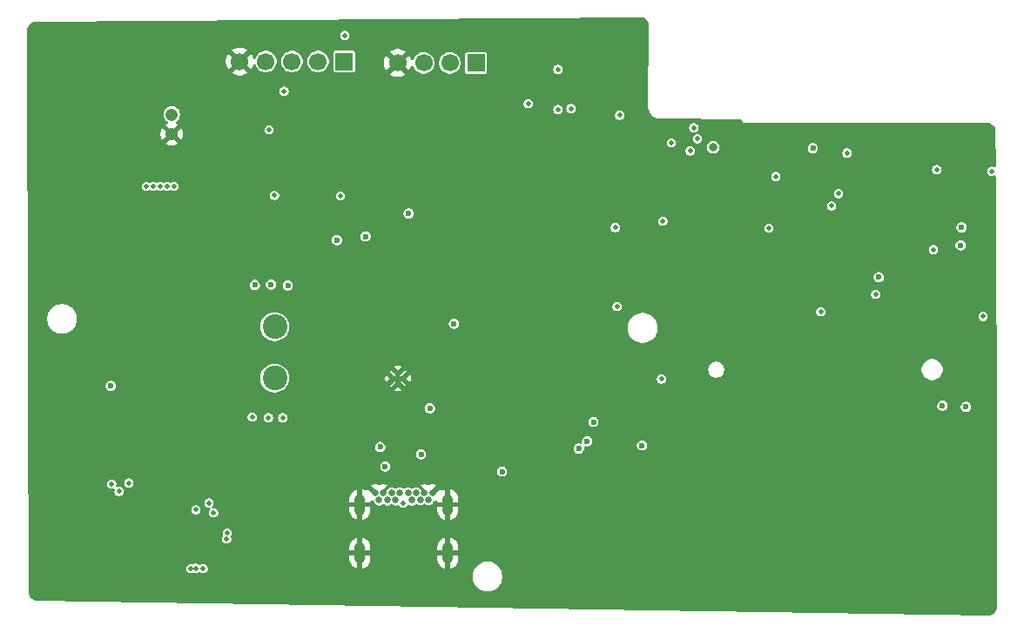
<source format=gbr>
%TF.GenerationSoftware,KiCad,Pcbnew,9.0.3*%
%TF.CreationDate,2025-09-14T19:53:38+05:30*%
%TF.ProjectId,ESP32 IOT,45535033-3220-4494-9f54-2e6b69636164,rev?*%
%TF.SameCoordinates,Original*%
%TF.FileFunction,Copper,L3,Inr*%
%TF.FilePolarity,Positive*%
%FSLAX46Y46*%
G04 Gerber Fmt 4.6, Leading zero omitted, Abs format (unit mm)*
G04 Created by KiCad (PCBNEW 9.0.3) date 2025-09-14 19:53:38*
%MOMM*%
%LPD*%
G01*
G04 APERTURE LIST*
%TA.AperFunction,HeatsinkPad*%
%ADD10C,0.600000*%
%TD*%
%TA.AperFunction,ComponentPad*%
%ADD11C,0.600000*%
%TD*%
%TA.AperFunction,ComponentPad*%
%ADD12C,2.400000*%
%TD*%
%TA.AperFunction,ComponentPad*%
%ADD13R,1.700000X1.700000*%
%TD*%
%TA.AperFunction,ComponentPad*%
%ADD14C,1.700000*%
%TD*%
%TA.AperFunction,ComponentPad*%
%ADD15C,0.650000*%
%TD*%
%TA.AperFunction,ComponentPad*%
%ADD16O,1.050000X2.100000*%
%TD*%
%TA.AperFunction,ComponentPad*%
%ADD17C,1.208000*%
%TD*%
%TA.AperFunction,ViaPad*%
%ADD18C,0.600000*%
%TD*%
%TA.AperFunction,ViaPad*%
%ADD19C,0.500000*%
%TD*%
%TA.AperFunction,ViaPad*%
%ADD20C,0.800000*%
%TD*%
G04 APERTURE END LIST*
D10*
%TO.N,GND*%
%TO.C,U3*%
X207154600Y-79341800D03*
X207154600Y-80441800D03*
X207704600Y-78791800D03*
X207704600Y-79891800D03*
X207704600Y-80991800D03*
X208254600Y-79341800D03*
X208254600Y-80441800D03*
X208804600Y-78791800D03*
X208804600Y-79891800D03*
X208804600Y-80991800D03*
X209354600Y-79341800D03*
X209354600Y-80441800D03*
%TD*%
D11*
%TO.N,GND*%
%TO.C,U8*%
X159816800Y-97877200D03*
X159366800Y-97427200D03*
X159816800Y-97427200D03*
X160266800Y-97427200D03*
X159816800Y-96977200D03*
%TD*%
D12*
%TO.N,/+5V_USB*%
%TO.C,F1*%
X147828000Y-97383600D03*
%TO.N,/VBUS*%
X147828000Y-92383600D03*
%TD*%
D13*
%TO.N,+3.3V*%
%TO.C,J5*%
X154584400Y-66598800D03*
D14*
%TO.N,/ESP32-C3-02/GPIO8*%
X152044400Y-66598800D03*
%TO.N,/ESP32-C3-02/GPIO18*%
X149504400Y-66598800D03*
%TO.N,/ESP32-C3-02/GPIO19*%
X146964400Y-66598800D03*
%TO.N,GND*%
X144424400Y-66598800D03*
%TD*%
D13*
%TO.N,+3.3V*%
%TO.C,J4*%
X167386000Y-66751200D03*
D14*
%TO.N,/ESP32-C3-02/SDA*%
X164846000Y-66751200D03*
%TO.N,/ESP32-C3-02/SCL*%
X162306000Y-66751200D03*
%TO.N,GND*%
X159766000Y-66751200D03*
%TD*%
D15*
%TO.N,GND*%
%TO.C,J1*%
X163179600Y-108539600D03*
%TO.N,unconnected-(J1-SSTXP2-PadB2)*%
X162779600Y-109249600D03*
%TO.N,unconnected-(J1-SSTXN2-PadB3)*%
X161979600Y-109249600D03*
%TO.N,/VBUS*%
X161579600Y-108539600D03*
%TO.N,Net-(J1-CC2)*%
X161179600Y-109249600D03*
%TO.N,/USB_DP*%
X160779600Y-108539600D03*
%TO.N,/USB_DN*%
X159979600Y-108539600D03*
%TO.N,unconnected-(J1-SBU2-PadB8)*%
X159579600Y-109249600D03*
%TO.N,/VBUS*%
X159179600Y-108539600D03*
%TO.N,unconnected-(J1-SSRXN1-PadB10)*%
X158779600Y-109249600D03*
%TO.N,unconnected-(J1-SSRXP1-PadB11)*%
X157979600Y-109249600D03*
%TO.N,GND*%
X157579600Y-108539600D03*
X162379600Y-108539600D03*
X158379600Y-108539600D03*
D16*
X156109600Y-109689600D03*
X164649600Y-109689600D03*
X156109600Y-114419600D03*
X164649600Y-114419600D03*
%TD*%
D17*
%TO.N,GND*%
%TO.C,MK1*%
X137820400Y-73660000D03*
%TO.N,Net-(U7-IN+)*%
X137820400Y-71760000D03*
%TD*%
D18*
%TO.N,/+5V_USB*%
X131876800Y-98145600D03*
%TO.N,/VBUS*%
X149098000Y-88392000D03*
X147472400Y-88290400D03*
X145897600Y-88341200D03*
D19*
%TO.N,*%
X148590000Y-101244400D03*
X147218400Y-101244400D03*
X145643600Y-101193600D03*
D18*
%TO.N,/VBUS*%
X158572200Y-105994200D03*
D19*
%TO.N,GND*%
X191160400Y-77114400D03*
X130810000Y-86612100D03*
D18*
X167894000Y-102514400D03*
D19*
X127508000Y-116025300D03*
D20*
X129204000Y-111117300D03*
D18*
X158343600Y-100330000D03*
D19*
X151434800Y-79095600D03*
X145796000Y-78892400D03*
X177495200Y-71272400D03*
X157988000Y-71120000D03*
D18*
X164287200Y-106680000D03*
X163804600Y-94869000D03*
D19*
X192557400Y-95173800D03*
X165354000Y-71577200D03*
D18*
X174548800Y-117500400D03*
D19*
X133400800Y-93520900D03*
X213360000Y-97637600D03*
X127508000Y-116685700D03*
X184607200Y-85496400D03*
X196723000Y-95021400D03*
X138482800Y-111199300D03*
X159816800Y-64363600D03*
X190474600Y-95275400D03*
D18*
X160985200Y-83108800D03*
X172897800Y-99034600D03*
X156819600Y-106476800D03*
D19*
X133400800Y-91031700D03*
D18*
X171958000Y-97180400D03*
X177546000Y-112826800D03*
D19*
X133400800Y-88796500D03*
D18*
X161721800Y-114630200D03*
D19*
X153416000Y-74117200D03*
X133400800Y-92403300D03*
D18*
X190601600Y-116941600D03*
D19*
X132638800Y-86459700D03*
X138074400Y-101803200D03*
X175941200Y-69921600D03*
X213918800Y-116992400D03*
X142394400Y-117142900D03*
X126644400Y-86612100D03*
X127508000Y-117447700D03*
X197365800Y-85691800D03*
D18*
X180035200Y-117246400D03*
D19*
X148285200Y-72847200D03*
X144170400Y-74930000D03*
D18*
X160375600Y-100584000D03*
D19*
X129032000Y-86510500D03*
X133400800Y-89914100D03*
X132029200Y-79705200D03*
D18*
X161493200Y-112115600D03*
D19*
X127711200Y-86713700D03*
D18*
X160566800Y-94589600D03*
D19*
X173278800Y-88544400D03*
X203606400Y-95148400D03*
D18*
%TO.N,+3.3V*%
X165252400Y-92100400D03*
D19*
X176631600Y-71170800D03*
D18*
X162915600Y-100330000D03*
D19*
X206248000Y-89255600D03*
X175361600Y-71272400D03*
X200914000Y-90932000D03*
D18*
X156667200Y-83616800D03*
D20*
X190449200Y-74930000D03*
D19*
X138036300Y-78738100D03*
X175361600Y-67360800D03*
X137363200Y-78738100D03*
X181356000Y-71831200D03*
X154635200Y-64058800D03*
X135343900Y-78738100D03*
X172466000Y-70713600D03*
X136017000Y-78738100D03*
D18*
X153873200Y-83972400D03*
D19*
X148742400Y-69494400D03*
X180949600Y-82753200D03*
X147269200Y-73253600D03*
X136690100Y-78738100D03*
D18*
X160832800Y-81381600D03*
X169926000Y-106476800D03*
D19*
%TO.N,/+5V_USB*%
X143205200Y-112469300D03*
X139649200Y-115923700D03*
X140870400Y-115923700D03*
X140159200Y-115872900D03*
X143154400Y-113028100D03*
%TO.N,/ESP32-C3-02/MIC_OUT*%
X188231025Y-75302625D03*
X196545200Y-77774800D03*
D18*
%TO.N,/ESP32-C3-02/BOOT*%
X206552800Y-87579200D03*
X183540400Y-103936800D03*
%TO.N,/ESP32-C3-02/EN*%
X200152000Y-75031600D03*
X178206400Y-103530400D03*
%TO.N,/USB_DP*%
X158089600Y-104089200D03*
D19*
X160324800Y-109575600D03*
D18*
%TO.N,/USB_DN*%
X162052000Y-104800400D03*
D19*
%TO.N,/ESP32-C3-02/CD_SD*%
X217576400Y-77266800D03*
X216712800Y-91389200D03*
%TO.N,/ESP32-C3-02/MOSI_DI*%
X181102000Y-90424000D03*
X185420000Y-97485200D03*
%TO.N,/ESP32-C3-02/SCL*%
X212191600Y-77114400D03*
X188569600Y-73050400D03*
%TO.N,/ESP32-C3-02/SDA*%
X188925200Y-74117200D03*
X203454000Y-75488800D03*
%TO.N,/ESP32-C3-02/GPIO18*%
X201955400Y-80645000D03*
%TO.N,/ESP32-C3-02/GPIO8*%
X195884800Y-82804000D03*
%TO.N,/ESP32-C3-02/GPIO19*%
X202641200Y-79451200D03*
X186385200Y-74523600D03*
D18*
%TO.N,/ESP32-C3-02/RTS*%
X178816000Y-101650800D03*
X177393600Y-104241600D03*
D19*
%TO.N,/CHARGING_POWER_GOOD*%
X141429200Y-109522900D03*
X131978400Y-107694100D03*
%TO.N,/CHARGED*%
X132689600Y-108405300D03*
X140149200Y-110193300D03*
%TO.N,/CHARGING*%
X141886400Y-110488100D03*
X133654800Y-107592500D03*
%TO.N,/ESP32-C3-02/CS*%
X185572400Y-82143600D03*
X211886800Y-84886800D03*
D18*
%TO.N,/ESP32-C3-02/TX_RX*%
X214604600Y-82727800D03*
X215036400Y-100177600D03*
%TO.N,/ESP32-C3-02/RX_TX*%
X214528400Y-84480400D03*
X212750400Y-100076000D03*
D19*
%TO.N,Net-(U7-IN-)*%
X147800379Y-79631221D03*
X154203942Y-79673600D03*
%TD*%
%TA.AperFunction,Conductor*%
%TO.N,GND*%
G36*
X183378267Y-62283779D02*
G01*
X183524664Y-62297190D01*
X183548807Y-62301850D01*
X183683724Y-62342107D01*
X183706465Y-62351436D01*
X183830784Y-62417524D01*
X183851243Y-62431161D01*
X183960084Y-62520485D01*
X183977452Y-62537893D01*
X184066518Y-62646928D01*
X184080109Y-62667420D01*
X184145911Y-62791891D01*
X184155191Y-62814662D01*
X184195137Y-62949666D01*
X184199742Y-62973820D01*
X184212828Y-63120376D01*
X184213312Y-63132678D01*
X184133034Y-70948610D01*
X184132289Y-70955062D01*
X184132495Y-70999840D01*
X184132495Y-70999956D01*
X184132498Y-71000798D01*
X184132174Y-71032384D01*
X184132617Y-71033487D01*
X184132664Y-71046106D01*
X184132663Y-71046107D01*
X184132664Y-71046114D01*
X184132867Y-71102745D01*
X184132868Y-71102758D01*
X184168397Y-71301218D01*
X184237478Y-71490639D01*
X184291342Y-71584220D01*
X184338057Y-71665382D01*
X184461377Y-71813339D01*
X184467148Y-71820262D01*
X184467151Y-71820265D01*
X184549971Y-71890506D01*
X184620912Y-71950673D01*
X184794787Y-72052746D01*
X184983606Y-72123448D01*
X185181761Y-72160679D01*
X185277358Y-72161841D01*
X185282611Y-72161906D01*
X185282614Y-72161906D01*
X185282656Y-72161918D01*
X185282711Y-72161907D01*
X185320313Y-72162403D01*
X185320313Y-72162402D01*
X185334268Y-72162587D01*
X185334636Y-72162549D01*
X193172133Y-72259433D01*
X193238924Y-72279945D01*
X193284022Y-72333311D01*
X193294600Y-72383424D01*
X193294600Y-72591800D01*
X217300078Y-72591800D01*
X217301589Y-72592031D01*
X217302359Y-72591821D01*
X217337196Y-72597486D01*
X217401883Y-72617779D01*
X217424036Y-72627177D01*
X217430329Y-72630602D01*
X217545084Y-72693055D01*
X217565009Y-72706558D01*
X217671050Y-72794581D01*
X217687990Y-72811679D01*
X217775026Y-72918526D01*
X217788344Y-72938574D01*
X217853098Y-73060221D01*
X217862292Y-73082465D01*
X217902328Y-73214339D01*
X217907052Y-73237940D01*
X217921509Y-73381539D01*
X217922132Y-73393574D01*
X217922273Y-73439162D01*
X217922276Y-73439181D01*
X217932695Y-76737148D01*
X217913223Y-76804250D01*
X217860564Y-76850171D01*
X217791437Y-76860333D01*
X217758292Y-76848923D01*
X217757800Y-76850113D01*
X217750290Y-76847002D01*
X217740894Y-76844484D01*
X217635709Y-76816300D01*
X217517091Y-76816300D01*
X217402514Y-76847001D01*
X217402512Y-76847001D01*
X217402512Y-76847002D01*
X217299787Y-76906311D01*
X217299784Y-76906313D01*
X217215913Y-76990184D01*
X217215911Y-76990187D01*
X217156601Y-77092914D01*
X217125900Y-77207491D01*
X217125900Y-77326109D01*
X217156601Y-77440686D01*
X217215911Y-77543413D01*
X217299787Y-77627289D01*
X217402514Y-77686599D01*
X217517091Y-77717300D01*
X217517094Y-77717300D01*
X217635706Y-77717300D01*
X217635709Y-77717300D01*
X217750286Y-77686599D01*
X217750288Y-77686597D01*
X217750290Y-77686597D01*
X217757800Y-77683487D01*
X217758317Y-77684737D01*
X217817919Y-77670271D01*
X217883949Y-77693115D01*
X217927146Y-77748031D01*
X217936033Y-77793739D01*
X218026444Y-106410908D01*
X218066345Y-119040858D01*
X218068062Y-119584106D01*
X218068064Y-119584890D01*
X218068163Y-119616084D01*
X218067591Y-119628384D01*
X218053476Y-119774715D01*
X218048699Y-119798840D01*
X218007782Y-119933581D01*
X217998337Y-119956289D01*
X217931632Y-120080303D01*
X217917891Y-120100700D01*
X217828026Y-120209107D01*
X217810531Y-120226391D01*
X217701035Y-120314934D01*
X217680473Y-120328424D01*
X217641869Y-120348586D01*
X217555655Y-120393614D01*
X217532835Y-120402781D01*
X217397604Y-120442056D01*
X217373422Y-120446539D01*
X217226950Y-120458869D01*
X217214649Y-120459291D01*
X217214647Y-120459290D01*
X217214647Y-120459291D01*
X217212476Y-120459257D01*
X217182069Y-120458792D01*
X217182065Y-120458792D01*
X124720013Y-119040858D01*
X124707994Y-119040089D01*
X124565292Y-119023968D01*
X124541793Y-119018971D01*
X124410632Y-118977456D01*
X124388539Y-118968022D01*
X124267849Y-118901997D01*
X124247997Y-118888486D01*
X124142296Y-118800422D01*
X124125417Y-118783330D01*
X124038687Y-118676544D01*
X124025419Y-118656517D01*
X124011540Y-118630378D01*
X123960903Y-118535003D01*
X123951751Y-118512806D01*
X123911878Y-118381133D01*
X123907176Y-118357577D01*
X123902447Y-118310440D01*
X123892756Y-118213853D01*
X123892139Y-118201844D01*
X123887396Y-116573437D01*
X167053100Y-116573437D01*
X167053100Y-116801762D01*
X167088815Y-117027260D01*
X167159370Y-117244403D01*
X167263021Y-117447828D01*
X167397221Y-117632537D01*
X167558663Y-117793979D01*
X167743372Y-117928179D01*
X167839484Y-117977150D01*
X167946796Y-118031829D01*
X167946798Y-118031829D01*
X167946801Y-118031831D01*
X168063192Y-118069649D01*
X168163939Y-118102384D01*
X168389438Y-118138100D01*
X168389443Y-118138100D01*
X168617762Y-118138100D01*
X168843260Y-118102384D01*
X169060399Y-118031831D01*
X169263828Y-117928179D01*
X169448537Y-117793979D01*
X169609979Y-117632537D01*
X169744179Y-117447828D01*
X169847831Y-117244399D01*
X169918384Y-117027260D01*
X169954100Y-116801762D01*
X169954100Y-116573437D01*
X169918384Y-116347939D01*
X169878523Y-116225261D01*
X169847831Y-116130801D01*
X169847829Y-116130798D01*
X169847829Y-116130796D01*
X169750589Y-115939953D01*
X169744179Y-115927372D01*
X169609979Y-115742663D01*
X169448537Y-115581221D01*
X169263828Y-115447021D01*
X169230644Y-115430113D01*
X169060403Y-115343370D01*
X168843260Y-115272815D01*
X168617762Y-115237100D01*
X168617757Y-115237100D01*
X168389443Y-115237100D01*
X168389438Y-115237100D01*
X168163939Y-115272815D01*
X167946796Y-115343370D01*
X167743371Y-115447021D01*
X167558661Y-115581222D01*
X167397222Y-115742661D01*
X167263021Y-115927371D01*
X167159370Y-116130796D01*
X167088815Y-116347939D01*
X167053100Y-116573437D01*
X123887396Y-116573437D01*
X123887383Y-116568932D01*
X123886578Y-116292697D01*
X123885331Y-115864391D01*
X139198700Y-115864391D01*
X139198700Y-115983009D01*
X139229401Y-116097586D01*
X139288711Y-116200313D01*
X139372587Y-116284189D01*
X139475314Y-116343499D01*
X139589891Y-116374200D01*
X139589894Y-116374200D01*
X139708506Y-116374200D01*
X139708509Y-116374200D01*
X139823086Y-116343499D01*
X139823088Y-116343497D01*
X139823090Y-116343497D01*
X139823091Y-116343496D01*
X139890125Y-116304794D01*
X139958025Y-116288320D01*
X139984220Y-116292405D01*
X139985311Y-116292697D01*
X139985314Y-116292699D01*
X140099891Y-116323400D01*
X140099894Y-116323400D01*
X140218506Y-116323400D01*
X140218509Y-116323400D01*
X140333086Y-116292699D01*
X140421359Y-116241733D01*
X140489255Y-116225261D01*
X140555282Y-116248112D01*
X140571038Y-116261440D01*
X140593787Y-116284189D01*
X140696514Y-116343499D01*
X140811091Y-116374200D01*
X140811094Y-116374200D01*
X140929706Y-116374200D01*
X140929709Y-116374200D01*
X141044286Y-116343499D01*
X141147013Y-116284189D01*
X141230889Y-116200313D01*
X141290199Y-116097586D01*
X141320900Y-115983009D01*
X141320900Y-115864391D01*
X141290199Y-115749814D01*
X141230889Y-115647087D01*
X141147013Y-115563211D01*
X141044286Y-115503901D01*
X140929709Y-115473200D01*
X140811091Y-115473200D01*
X140696514Y-115503901D01*
X140696512Y-115503901D01*
X140696512Y-115503902D01*
X140688931Y-115508279D01*
X140619292Y-115548486D01*
X140608243Y-115554865D01*
X140540343Y-115571338D01*
X140474316Y-115548486D01*
X140458561Y-115535159D01*
X140435815Y-115512413D01*
X140435813Y-115512411D01*
X140333086Y-115453101D01*
X140218509Y-115422400D01*
X140099891Y-115422400D01*
X140019351Y-115443980D01*
X139985309Y-115453102D01*
X139985306Y-115453103D01*
X139918272Y-115491806D01*
X139850372Y-115508279D01*
X139824180Y-115504194D01*
X139777947Y-115491806D01*
X139708509Y-115473200D01*
X139589891Y-115473200D01*
X139475314Y-115503901D01*
X139475312Y-115503901D01*
X139475312Y-115503902D01*
X139372587Y-115563211D01*
X139372584Y-115563213D01*
X139288713Y-115647084D01*
X139288711Y-115647087D01*
X139234623Y-115740770D01*
X139229401Y-115749814D01*
X139198700Y-115864391D01*
X123885331Y-115864391D01*
X123879300Y-113793641D01*
X155084600Y-113793641D01*
X155084600Y-114169600D01*
X155784600Y-114169600D01*
X155784600Y-114669600D01*
X155084600Y-114669600D01*
X155084600Y-115045558D01*
X155123987Y-115243574D01*
X155123990Y-115243583D01*
X155201252Y-115430113D01*
X155201259Y-115430126D01*
X155313429Y-115597999D01*
X155313432Y-115598003D01*
X155456196Y-115740767D01*
X155456200Y-115740770D01*
X155624073Y-115852940D01*
X155624086Y-115852947D01*
X155810616Y-115930209D01*
X155810625Y-115930212D01*
X155859600Y-115939953D01*
X155859600Y-114929218D01*
X155910046Y-114979664D01*
X155984155Y-115022451D01*
X156066813Y-115044600D01*
X156152387Y-115044600D01*
X156235045Y-115022451D01*
X156309154Y-114979664D01*
X156359600Y-114929218D01*
X156359600Y-115939952D01*
X156408574Y-115930212D01*
X156408583Y-115930209D01*
X156595113Y-115852947D01*
X156595126Y-115852940D01*
X156762999Y-115740770D01*
X156763003Y-115740767D01*
X156905767Y-115598003D01*
X156905770Y-115597999D01*
X157017940Y-115430126D01*
X157017947Y-115430113D01*
X157095209Y-115243583D01*
X157095212Y-115243574D01*
X157134599Y-115045558D01*
X157134600Y-115045555D01*
X157134600Y-114669600D01*
X156434600Y-114669600D01*
X156434600Y-114169600D01*
X157134600Y-114169600D01*
X157134600Y-113793645D01*
X157134599Y-113793641D01*
X163624600Y-113793641D01*
X163624600Y-114169600D01*
X164324600Y-114169600D01*
X164324600Y-114669600D01*
X163624600Y-114669600D01*
X163624600Y-115045558D01*
X163663987Y-115243574D01*
X163663990Y-115243583D01*
X163741252Y-115430113D01*
X163741259Y-115430126D01*
X163853429Y-115597999D01*
X163853432Y-115598003D01*
X163996196Y-115740767D01*
X163996200Y-115740770D01*
X164164073Y-115852940D01*
X164164086Y-115852947D01*
X164350616Y-115930209D01*
X164350625Y-115930212D01*
X164399600Y-115939953D01*
X164399600Y-114929218D01*
X164450046Y-114979664D01*
X164524155Y-115022451D01*
X164606813Y-115044600D01*
X164692387Y-115044600D01*
X164775045Y-115022451D01*
X164849154Y-114979664D01*
X164899600Y-114929218D01*
X164899600Y-115939952D01*
X164948574Y-115930212D01*
X164948583Y-115930209D01*
X165135113Y-115852947D01*
X165135126Y-115852940D01*
X165302999Y-115740770D01*
X165303003Y-115740767D01*
X165445767Y-115598003D01*
X165445770Y-115597999D01*
X165557940Y-115430126D01*
X165557947Y-115430113D01*
X165635209Y-115243583D01*
X165635212Y-115243574D01*
X165674599Y-115045558D01*
X165674600Y-115045555D01*
X165674600Y-114669600D01*
X164974600Y-114669600D01*
X164974600Y-114169600D01*
X165674600Y-114169600D01*
X165674600Y-113793645D01*
X165674599Y-113793641D01*
X165635212Y-113595625D01*
X165635209Y-113595616D01*
X165557947Y-113409086D01*
X165557940Y-113409073D01*
X165445770Y-113241200D01*
X165445767Y-113241196D01*
X165303003Y-113098432D01*
X165302999Y-113098429D01*
X165135126Y-112986259D01*
X165135113Y-112986252D01*
X164948584Y-112908990D01*
X164948577Y-112908988D01*
X164899600Y-112899245D01*
X164899600Y-113909982D01*
X164849154Y-113859536D01*
X164775045Y-113816749D01*
X164692387Y-113794600D01*
X164606813Y-113794600D01*
X164524155Y-113816749D01*
X164450046Y-113859536D01*
X164399600Y-113909982D01*
X164399600Y-112899246D01*
X164399599Y-112899245D01*
X164350622Y-112908988D01*
X164350615Y-112908990D01*
X164164086Y-112986252D01*
X164164073Y-112986259D01*
X163996200Y-113098429D01*
X163996196Y-113098432D01*
X163853432Y-113241196D01*
X163853429Y-113241200D01*
X163741259Y-113409073D01*
X163741252Y-113409086D01*
X163663990Y-113595616D01*
X163663987Y-113595625D01*
X163624600Y-113793641D01*
X157134599Y-113793641D01*
X157095212Y-113595625D01*
X157095209Y-113595616D01*
X157017947Y-113409086D01*
X157017940Y-113409073D01*
X156905770Y-113241200D01*
X156905767Y-113241196D01*
X156763003Y-113098432D01*
X156762999Y-113098429D01*
X156595126Y-112986259D01*
X156595113Y-112986252D01*
X156408584Y-112908990D01*
X156408577Y-112908988D01*
X156359600Y-112899245D01*
X156359600Y-113909982D01*
X156309154Y-113859536D01*
X156235045Y-113816749D01*
X156152387Y-113794600D01*
X156066813Y-113794600D01*
X155984155Y-113816749D01*
X155910046Y-113859536D01*
X155859600Y-113909982D01*
X155859600Y-112899246D01*
X155859599Y-112899245D01*
X155810622Y-112908988D01*
X155810615Y-112908990D01*
X155624086Y-112986252D01*
X155624073Y-112986259D01*
X155456200Y-113098429D01*
X155456196Y-113098432D01*
X155313432Y-113241196D01*
X155313429Y-113241200D01*
X155201259Y-113409073D01*
X155201252Y-113409086D01*
X155123990Y-113595616D01*
X155123987Y-113595625D01*
X155084600Y-113793641D01*
X123879300Y-113793641D01*
X123876897Y-112968791D01*
X142703900Y-112968791D01*
X142703900Y-113087409D01*
X142734601Y-113201986D01*
X142793911Y-113304713D01*
X142877787Y-113388589D01*
X142980514Y-113447899D01*
X143095091Y-113478600D01*
X143095094Y-113478600D01*
X143213706Y-113478600D01*
X143213709Y-113478600D01*
X143328286Y-113447899D01*
X143431013Y-113388589D01*
X143514889Y-113304713D01*
X143574199Y-113201986D01*
X143604900Y-113087409D01*
X143604900Y-112968791D01*
X143574199Y-112854214D01*
X143574198Y-112854212D01*
X143571089Y-112846706D01*
X143572405Y-112846160D01*
X143558004Y-112786789D01*
X143574477Y-112730692D01*
X143624996Y-112643191D01*
X143624997Y-112643190D01*
X143624998Y-112643187D01*
X143624999Y-112643186D01*
X143655700Y-112528609D01*
X143655700Y-112409991D01*
X143624999Y-112295414D01*
X143565689Y-112192687D01*
X143481813Y-112108811D01*
X143379086Y-112049501D01*
X143264509Y-112018800D01*
X143145891Y-112018800D01*
X143031314Y-112049501D01*
X143031312Y-112049501D01*
X143031312Y-112049502D01*
X142928587Y-112108811D01*
X142928584Y-112108813D01*
X142844713Y-112192684D01*
X142844711Y-112192687D01*
X142785401Y-112295414D01*
X142754700Y-112409991D01*
X142754700Y-112528609D01*
X142785401Y-112643186D01*
X142785402Y-112643187D01*
X142788511Y-112650693D01*
X142787194Y-112651238D01*
X142801596Y-112710610D01*
X142785124Y-112766705D01*
X142734601Y-112854214D01*
X142703900Y-112968791D01*
X123876897Y-112968791D01*
X123868986Y-110252606D01*
X123868641Y-110133991D01*
X139698700Y-110133991D01*
X139698700Y-110252609D01*
X139729401Y-110367186D01*
X139788711Y-110469913D01*
X139872587Y-110553789D01*
X139975314Y-110613099D01*
X140089891Y-110643800D01*
X140089894Y-110643800D01*
X140208506Y-110643800D01*
X140208509Y-110643800D01*
X140323086Y-110613099D01*
X140425813Y-110553789D01*
X140509689Y-110469913D01*
X140568999Y-110367186D01*
X140599700Y-110252609D01*
X140599700Y-110133991D01*
X140568999Y-110019414D01*
X140509689Y-109916687D01*
X140425813Y-109832811D01*
X140323086Y-109773501D01*
X140208509Y-109742800D01*
X140089891Y-109742800D01*
X139975314Y-109773501D01*
X139975312Y-109773501D01*
X139975312Y-109773502D01*
X139872587Y-109832811D01*
X139872584Y-109832813D01*
X139788713Y-109916684D01*
X139788711Y-109916687D01*
X139729401Y-110019414D01*
X139698700Y-110133991D01*
X123868641Y-110133991D01*
X123868618Y-110126225D01*
X123867911Y-109883386D01*
X123866688Y-109463591D01*
X140978700Y-109463591D01*
X140978700Y-109582209D01*
X141009401Y-109696786D01*
X141068711Y-109799513D01*
X141152587Y-109883389D01*
X141255314Y-109942699D01*
X141369891Y-109973400D01*
X141369894Y-109973400D01*
X141464636Y-109973400D01*
X141531675Y-109993085D01*
X141577430Y-110045889D01*
X141587374Y-110115047D01*
X141558349Y-110178603D01*
X141552317Y-110185081D01*
X141525913Y-110211484D01*
X141525911Y-110211487D01*
X141466601Y-110314214D01*
X141435900Y-110428791D01*
X141435900Y-110547409D01*
X141466601Y-110661986D01*
X141525911Y-110764713D01*
X141609787Y-110848589D01*
X141712514Y-110907899D01*
X141827091Y-110938600D01*
X141827094Y-110938600D01*
X141945706Y-110938600D01*
X141945709Y-110938600D01*
X142060286Y-110907899D01*
X142163013Y-110848589D01*
X142246889Y-110764713D01*
X142306199Y-110661986D01*
X142336900Y-110547409D01*
X142336900Y-110428791D01*
X142306199Y-110314214D01*
X142246889Y-110211487D01*
X142163013Y-110127611D01*
X142060286Y-110068301D01*
X141945709Y-110037600D01*
X141850964Y-110037600D01*
X141829718Y-110031361D01*
X141807630Y-110029782D01*
X141796846Y-110021709D01*
X141783925Y-110017915D01*
X141769425Y-110001181D01*
X141751697Y-109987910D01*
X141746989Y-109975289D01*
X141738170Y-109965111D01*
X141735018Y-109943193D01*
X141727280Y-109922446D01*
X141730142Y-109909285D01*
X141728226Y-109895953D01*
X141737425Y-109875809D01*
X141742132Y-109854173D01*
X141755400Y-109836447D01*
X141757251Y-109832397D01*
X141763283Y-109825919D01*
X141788645Y-109800557D01*
X141789689Y-109799513D01*
X141848999Y-109696786D01*
X141879700Y-109582209D01*
X141879700Y-109463591D01*
X141848999Y-109349014D01*
X141789689Y-109246287D01*
X141705813Y-109162411D01*
X141603086Y-109103101D01*
X141488509Y-109072400D01*
X141369891Y-109072400D01*
X141255314Y-109103101D01*
X141255312Y-109103101D01*
X141255312Y-109103102D01*
X141152587Y-109162411D01*
X141152584Y-109162413D01*
X141068713Y-109246284D01*
X141068711Y-109246287D01*
X141020478Y-109329829D01*
X141009401Y-109349014D01*
X140978700Y-109463591D01*
X123866688Y-109463591D01*
X123865523Y-109063641D01*
X155084600Y-109063641D01*
X155084600Y-109439600D01*
X155784600Y-109439600D01*
X155784600Y-109939600D01*
X155084600Y-109939600D01*
X155084600Y-110315558D01*
X155123987Y-110513574D01*
X155123990Y-110513583D01*
X155201252Y-110700113D01*
X155201259Y-110700126D01*
X155313429Y-110867999D01*
X155313432Y-110868003D01*
X155456196Y-111010767D01*
X155456200Y-111010770D01*
X155624073Y-111122940D01*
X155624086Y-111122947D01*
X155810616Y-111200209D01*
X155810625Y-111200212D01*
X155859600Y-111209953D01*
X155859600Y-110199218D01*
X155910046Y-110249664D01*
X155984155Y-110292451D01*
X156066813Y-110314600D01*
X156152387Y-110314600D01*
X156235045Y-110292451D01*
X156309154Y-110249664D01*
X156359600Y-110199218D01*
X156359600Y-111209952D01*
X156408574Y-111200212D01*
X156408583Y-111200209D01*
X156595113Y-111122947D01*
X156595126Y-111122940D01*
X156762999Y-111010770D01*
X156763003Y-111010767D01*
X156905767Y-110868003D01*
X156905770Y-110867999D01*
X157017940Y-110700126D01*
X157017947Y-110700113D01*
X157095209Y-110513583D01*
X157095212Y-110513574D01*
X157134599Y-110315558D01*
X157134600Y-110315555D01*
X157134600Y-109939600D01*
X156434600Y-109939600D01*
X156434600Y-109439600D01*
X157134600Y-109439600D01*
X157134600Y-109433828D01*
X157141966Y-109408741D01*
X157145565Y-109382848D01*
X157151652Y-109375755D01*
X157154285Y-109366789D01*
X157174039Y-109349671D01*
X157191070Y-109329829D01*
X157200027Y-109327153D01*
X157207089Y-109321034D01*
X157232963Y-109317313D01*
X157258017Y-109309829D01*
X157269426Y-109312070D01*
X157276247Y-109311090D01*
X157292975Y-109314688D01*
X157399133Y-109345317D01*
X157424365Y-109361365D01*
X157450859Y-109375224D01*
X157453679Y-109380010D01*
X157458088Y-109382814D01*
X157468121Y-109404514D01*
X157484532Y-109432359D01*
X157489912Y-109452435D01*
X157489913Y-109452438D01*
X157559092Y-109572261D01*
X157559094Y-109572264D01*
X157559095Y-109572265D01*
X157656935Y-109670105D01*
X157656936Y-109670106D01*
X157656938Y-109670107D01*
X157696060Y-109692694D01*
X157776764Y-109739288D01*
X157910417Y-109775100D01*
X157910419Y-109775100D01*
X158048781Y-109775100D01*
X158048783Y-109775100D01*
X158182436Y-109739288D01*
X158302265Y-109670105D01*
X158302270Y-109670099D01*
X158304110Y-109668689D01*
X158305951Y-109667977D01*
X158309303Y-109666042D01*
X158309604Y-109666564D01*
X158369278Y-109643492D01*
X158437724Y-109657528D01*
X158455090Y-109668689D01*
X158456932Y-109670102D01*
X158456935Y-109670105D01*
X158576764Y-109739288D01*
X158710417Y-109775100D01*
X158710419Y-109775100D01*
X158848781Y-109775100D01*
X158848783Y-109775100D01*
X158982436Y-109739288D01*
X159102265Y-109670105D01*
X159102270Y-109670099D01*
X159104110Y-109668689D01*
X159105951Y-109667977D01*
X159109303Y-109666042D01*
X159109604Y-109666564D01*
X159169278Y-109643492D01*
X159237724Y-109657528D01*
X159255090Y-109668689D01*
X159256932Y-109670102D01*
X159256935Y-109670105D01*
X159376764Y-109739288D01*
X159510417Y-109775100D01*
X159510419Y-109775100D01*
X159648781Y-109775100D01*
X159648783Y-109775100D01*
X159782436Y-109739288D01*
X159782437Y-109739287D01*
X159790287Y-109737184D01*
X159791120Y-109740295D01*
X159845552Y-109734423D01*
X159908043Y-109765674D01*
X159930966Y-109794459D01*
X159964311Y-109852213D01*
X160048187Y-109936089D01*
X160150914Y-109995399D01*
X160265491Y-110026100D01*
X160265494Y-110026100D01*
X160384106Y-110026100D01*
X160384109Y-110026100D01*
X160498686Y-109995399D01*
X160601413Y-109936089D01*
X160685289Y-109852213D01*
X160744599Y-109749486D01*
X160744599Y-109749485D01*
X160745056Y-109748694D01*
X160795623Y-109700478D01*
X160864230Y-109687256D01*
X160914442Y-109703306D01*
X160976764Y-109739288D01*
X161110417Y-109775100D01*
X161110419Y-109775100D01*
X161248780Y-109775100D01*
X161248783Y-109775100D01*
X161382436Y-109739288D01*
X161502265Y-109670105D01*
X161528494Y-109643875D01*
X161589813Y-109610392D01*
X161659505Y-109615376D01*
X161680148Y-109626808D01*
X161680597Y-109626031D01*
X161687635Y-109630094D01*
X161687636Y-109630095D01*
X161796064Y-109692695D01*
X161916999Y-109725100D01*
X161917001Y-109725100D01*
X162042199Y-109725100D01*
X162042201Y-109725100D01*
X162163136Y-109692695D01*
X162271564Y-109630095D01*
X162291919Y-109609740D01*
X162353242Y-109576255D01*
X162422934Y-109581239D01*
X162467281Y-109609740D01*
X162487636Y-109630095D01*
X162596064Y-109692695D01*
X162716999Y-109725100D01*
X162717001Y-109725100D01*
X162842199Y-109725100D01*
X162842201Y-109725100D01*
X162963136Y-109692695D01*
X163071564Y-109630095D01*
X163160095Y-109541564D01*
X163222695Y-109433136D01*
X163222697Y-109433126D01*
X163224837Y-109427961D01*
X163227605Y-109424524D01*
X163228378Y-109420181D01*
X163249329Y-109397562D01*
X163268674Y-109373555D01*
X163273704Y-109371249D01*
X163275860Y-109368923D01*
X163294044Y-109361928D01*
X163308433Y-109355335D01*
X163469631Y-109313758D01*
X163496190Y-109314639D01*
X163522617Y-109311798D01*
X163530572Y-109315780D01*
X163539462Y-109316075D01*
X163561330Y-109331176D01*
X163585096Y-109343073D01*
X163589634Y-109350722D01*
X163596955Y-109355778D01*
X163607188Y-109380307D01*
X163620748Y-109403162D01*
X163622482Y-109416969D01*
X163623856Y-109420262D01*
X163623293Y-109423425D01*
X163624600Y-109433828D01*
X163624600Y-109439600D01*
X164324600Y-109439600D01*
X164324600Y-109939600D01*
X163624600Y-109939600D01*
X163624600Y-110315558D01*
X163663987Y-110513574D01*
X163663990Y-110513583D01*
X163741252Y-110700113D01*
X163741259Y-110700126D01*
X163853429Y-110867999D01*
X163853432Y-110868003D01*
X163996196Y-111010767D01*
X163996200Y-111010770D01*
X164164073Y-111122940D01*
X164164086Y-111122947D01*
X164350616Y-111200209D01*
X164350625Y-111200212D01*
X164399600Y-111209953D01*
X164399600Y-110199218D01*
X164450046Y-110249664D01*
X164524155Y-110292451D01*
X164606813Y-110314600D01*
X164692387Y-110314600D01*
X164775045Y-110292451D01*
X164849154Y-110249664D01*
X164899600Y-110199218D01*
X164899600Y-111209952D01*
X164948574Y-111200212D01*
X164948583Y-111200209D01*
X165135113Y-111122947D01*
X165135126Y-111122940D01*
X165302999Y-111010770D01*
X165303003Y-111010767D01*
X165445767Y-110868003D01*
X165445770Y-110867999D01*
X165557940Y-110700126D01*
X165557947Y-110700113D01*
X165635209Y-110513583D01*
X165635212Y-110513574D01*
X165674599Y-110315558D01*
X165674600Y-110315555D01*
X165674600Y-109939600D01*
X164974600Y-109939600D01*
X164974600Y-109439600D01*
X165674600Y-109439600D01*
X165674600Y-109063645D01*
X165674599Y-109063641D01*
X165635212Y-108865625D01*
X165635209Y-108865616D01*
X165557947Y-108679086D01*
X165557940Y-108679073D01*
X165445770Y-108511200D01*
X165445767Y-108511196D01*
X165303003Y-108368432D01*
X165302999Y-108368429D01*
X165135126Y-108256259D01*
X165135113Y-108256252D01*
X164948584Y-108178990D01*
X164948577Y-108178988D01*
X164899600Y-108169245D01*
X164899600Y-109179982D01*
X164849154Y-109129536D01*
X164775045Y-109086749D01*
X164692387Y-109064600D01*
X164606813Y-109064600D01*
X164524155Y-109086749D01*
X164450046Y-109129536D01*
X164399600Y-109179982D01*
X164399600Y-108169246D01*
X164399599Y-108169245D01*
X164350622Y-108178988D01*
X164350615Y-108178990D01*
X164164086Y-108256252D01*
X164164075Y-108256258D01*
X164126116Y-108281622D01*
X164059438Y-108302499D01*
X163992058Y-108284014D01*
X163945369Y-108232035D01*
X163942665Y-108225972D01*
X163914580Y-108158171D01*
X163444057Y-108628695D01*
X163382734Y-108662180D01*
X163372662Y-108661459D01*
X163404600Y-108584355D01*
X163404600Y-108494845D01*
X163370346Y-108412148D01*
X163307052Y-108348854D01*
X163224355Y-108314600D01*
X163134845Y-108314600D01*
X163060139Y-108345543D01*
X163062003Y-108319489D01*
X163090504Y-108275142D01*
X163561027Y-107804618D01*
X163420244Y-107746304D01*
X163420236Y-107746302D01*
X163260859Y-107714600D01*
X163098340Y-107714600D01*
X162938963Y-107746302D01*
X162938951Y-107746305D01*
X162827052Y-107792655D01*
X162757583Y-107800124D01*
X162732148Y-107792655D01*
X162620248Y-107746305D01*
X162620236Y-107746302D01*
X162460859Y-107714600D01*
X162298340Y-107714600D01*
X162138963Y-107746301D01*
X162138954Y-107746304D01*
X161998171Y-107804618D01*
X162468695Y-108275142D01*
X162502180Y-108336465D01*
X162501459Y-108346537D01*
X162424355Y-108314600D01*
X162334845Y-108314600D01*
X162252148Y-108348854D01*
X162188854Y-108412148D01*
X162154600Y-108494845D01*
X162154600Y-108584355D01*
X162168548Y-108618030D01*
X162129833Y-108589049D01*
X162105416Y-108523584D01*
X162105100Y-108514738D01*
X162105100Y-108470419D01*
X162105100Y-108470417D01*
X162069288Y-108336764D01*
X162008529Y-108231525D01*
X162000107Y-108216938D01*
X162000103Y-108216933D01*
X161902266Y-108119096D01*
X161902261Y-108119092D01*
X161782438Y-108049913D01*
X161782437Y-108049912D01*
X161782436Y-108049912D01*
X161648783Y-108014100D01*
X161510417Y-108014100D01*
X161376764Y-108049912D01*
X161376761Y-108049913D01*
X161256937Y-108119093D01*
X161255083Y-108120516D01*
X161253237Y-108121229D01*
X161249897Y-108123158D01*
X161249596Y-108122636D01*
X161189912Y-108145707D01*
X161121468Y-108131666D01*
X161104117Y-108120516D01*
X161102262Y-108119093D01*
X160982438Y-108049913D01*
X160982437Y-108049912D01*
X160982436Y-108049912D01*
X160848783Y-108014100D01*
X160710417Y-108014100D01*
X160576764Y-108049912D01*
X160576761Y-108049913D01*
X160456937Y-108119093D01*
X160455083Y-108120516D01*
X160453237Y-108121229D01*
X160449897Y-108123158D01*
X160449596Y-108122636D01*
X160389912Y-108145707D01*
X160321468Y-108131666D01*
X160304117Y-108120516D01*
X160302262Y-108119093D01*
X160182438Y-108049913D01*
X160182437Y-108049912D01*
X160182436Y-108049912D01*
X160048783Y-108014100D01*
X159910417Y-108014100D01*
X159776764Y-108049912D01*
X159776761Y-108049913D01*
X159656937Y-108119093D01*
X159655083Y-108120516D01*
X159653237Y-108121229D01*
X159649897Y-108123158D01*
X159649596Y-108122636D01*
X159589912Y-108145707D01*
X159521468Y-108131666D01*
X159504117Y-108120516D01*
X159502262Y-108119093D01*
X159382438Y-108049913D01*
X159382437Y-108049912D01*
X159382436Y-108049912D01*
X159248783Y-108014100D01*
X159110417Y-108014100D01*
X158976764Y-108049912D01*
X158976761Y-108049913D01*
X158856938Y-108119092D01*
X158856933Y-108119096D01*
X158759096Y-108216933D01*
X158759092Y-108216938D01*
X158689913Y-108336761D01*
X158689912Y-108336764D01*
X158654100Y-108470417D01*
X158654100Y-108514738D01*
X158634415Y-108581777D01*
X158589573Y-108620632D01*
X158604600Y-108584355D01*
X158604600Y-108494845D01*
X158570346Y-108412148D01*
X158507052Y-108348854D01*
X158424355Y-108314600D01*
X158334845Y-108314600D01*
X158260139Y-108345543D01*
X158262003Y-108319489D01*
X158290504Y-108275142D01*
X158761027Y-107804618D01*
X158620244Y-107746304D01*
X158620236Y-107746302D01*
X158460859Y-107714600D01*
X158298340Y-107714600D01*
X158138963Y-107746302D01*
X158138951Y-107746305D01*
X158027052Y-107792655D01*
X157957583Y-107800124D01*
X157932148Y-107792655D01*
X157820248Y-107746305D01*
X157820236Y-107746302D01*
X157660859Y-107714600D01*
X157498340Y-107714600D01*
X157338963Y-107746301D01*
X157338954Y-107746304D01*
X157198171Y-107804618D01*
X157668695Y-108275142D01*
X157702180Y-108336465D01*
X157701459Y-108346537D01*
X157624355Y-108314600D01*
X157534845Y-108314600D01*
X157452148Y-108348854D01*
X157388854Y-108412148D01*
X157354600Y-108494845D01*
X157354600Y-108584355D01*
X157385543Y-108659059D01*
X157359489Y-108657196D01*
X157315142Y-108628695D01*
X156844618Y-108158171D01*
X156816534Y-108225972D01*
X156772693Y-108280375D01*
X156706399Y-108302440D01*
X156638699Y-108285161D01*
X156633082Y-108281621D01*
X156595126Y-108256259D01*
X156595113Y-108256252D01*
X156408584Y-108178990D01*
X156408577Y-108178988D01*
X156359600Y-108169245D01*
X156359600Y-109179982D01*
X156309154Y-109129536D01*
X156235045Y-109086749D01*
X156152387Y-109064600D01*
X156066813Y-109064600D01*
X155984155Y-109086749D01*
X155910046Y-109129536D01*
X155859600Y-109179982D01*
X155859600Y-108169246D01*
X155859599Y-108169245D01*
X155810622Y-108178988D01*
X155810615Y-108178990D01*
X155624086Y-108256252D01*
X155624073Y-108256259D01*
X155456200Y-108368429D01*
X155456196Y-108368432D01*
X155313432Y-108511196D01*
X155313429Y-108511200D01*
X155201259Y-108679073D01*
X155201252Y-108679086D01*
X155123990Y-108865616D01*
X155123987Y-108865625D01*
X155084600Y-109063641D01*
X123865523Y-109063641D01*
X123863236Y-108278340D01*
X123861362Y-107634791D01*
X131527900Y-107634791D01*
X131527900Y-107753409D01*
X131558601Y-107867986D01*
X131617911Y-107970713D01*
X131701787Y-108054589D01*
X131804514Y-108113899D01*
X131919091Y-108144600D01*
X131919094Y-108144600D01*
X132037707Y-108144600D01*
X132037709Y-108144600D01*
X132105359Y-108126473D01*
X132175207Y-108128135D01*
X132233070Y-108167296D01*
X132260575Y-108231525D01*
X132257227Y-108278340D01*
X132250754Y-108302499D01*
X132239100Y-108345991D01*
X132239100Y-108464609D01*
X132269801Y-108579186D01*
X132329111Y-108681913D01*
X132412987Y-108765789D01*
X132515714Y-108825099D01*
X132630291Y-108855800D01*
X132630294Y-108855800D01*
X132748906Y-108855800D01*
X132748909Y-108855800D01*
X132863486Y-108825099D01*
X132966213Y-108765789D01*
X133050089Y-108681913D01*
X133109399Y-108579186D01*
X133140100Y-108464609D01*
X133140100Y-108345991D01*
X133109399Y-108231414D01*
X133050089Y-108128687D01*
X132966213Y-108044811D01*
X132863486Y-107985501D01*
X132748909Y-107954800D01*
X132630291Y-107954800D01*
X132562640Y-107972927D01*
X132492790Y-107971264D01*
X132434928Y-107932101D01*
X132407424Y-107867873D01*
X132410772Y-107821060D01*
X132428900Y-107753409D01*
X132428900Y-107634791D01*
X132408098Y-107557157D01*
X132408098Y-107557155D01*
X132401676Y-107533191D01*
X133204300Y-107533191D01*
X133204300Y-107651809D01*
X133235001Y-107766386D01*
X133294311Y-107869113D01*
X133378187Y-107952989D01*
X133480914Y-108012299D01*
X133595491Y-108043000D01*
X133595494Y-108043000D01*
X133714106Y-108043000D01*
X133714109Y-108043000D01*
X133828686Y-108012299D01*
X133931413Y-107952989D01*
X134015289Y-107869113D01*
X134074599Y-107766386D01*
X134105300Y-107651809D01*
X134105300Y-107533191D01*
X134074599Y-107418614D01*
X134015289Y-107315887D01*
X133931413Y-107232011D01*
X133828686Y-107172701D01*
X133714109Y-107142000D01*
X133595491Y-107142000D01*
X133480914Y-107172701D01*
X133480912Y-107172701D01*
X133480912Y-107172702D01*
X133378187Y-107232011D01*
X133378184Y-107232013D01*
X133294313Y-107315884D01*
X133294311Y-107315887D01*
X133235001Y-107418614D01*
X133204300Y-107533191D01*
X132401676Y-107533191D01*
X132398199Y-107520215D01*
X132398199Y-107520214D01*
X132398198Y-107520212D01*
X132338889Y-107417487D01*
X132255013Y-107333611D01*
X132152286Y-107274301D01*
X132037709Y-107243600D01*
X131919091Y-107243600D01*
X131804514Y-107274301D01*
X131804512Y-107274301D01*
X131804512Y-107274302D01*
X131701787Y-107333611D01*
X131701784Y-107333613D01*
X131617913Y-107417484D01*
X131617911Y-107417487D01*
X131558601Y-107520214D01*
X131527900Y-107634791D01*
X123861362Y-107634791D01*
X123861339Y-107627025D01*
X123856392Y-105928308D01*
X158071700Y-105928308D01*
X158071700Y-106060092D01*
X158088754Y-106123739D01*
X158105808Y-106187387D01*
X158138754Y-106244450D01*
X158171700Y-106301514D01*
X158264886Y-106394700D01*
X158379014Y-106460592D01*
X158506308Y-106494700D01*
X158506310Y-106494700D01*
X158638090Y-106494700D01*
X158638092Y-106494700D01*
X158765386Y-106460592D01*
X158851441Y-106410908D01*
X169425500Y-106410908D01*
X169425500Y-106542691D01*
X169459608Y-106669987D01*
X169492554Y-106727050D01*
X169525500Y-106784114D01*
X169618686Y-106877300D01*
X169732814Y-106943192D01*
X169860108Y-106977300D01*
X169860110Y-106977300D01*
X169991890Y-106977300D01*
X169991892Y-106977300D01*
X170119186Y-106943192D01*
X170233314Y-106877300D01*
X170326500Y-106784114D01*
X170392392Y-106669986D01*
X170426500Y-106542692D01*
X170426500Y-106410908D01*
X170392392Y-106283614D01*
X170326500Y-106169486D01*
X170233314Y-106076300D01*
X170176250Y-106043354D01*
X170119187Y-106010408D01*
X170055539Y-105993354D01*
X169991892Y-105976300D01*
X169860108Y-105976300D01*
X169732812Y-106010408D01*
X169618686Y-106076300D01*
X169618683Y-106076302D01*
X169525502Y-106169483D01*
X169525500Y-106169486D01*
X169459608Y-106283612D01*
X169425500Y-106410908D01*
X158851441Y-106410908D01*
X158879514Y-106394700D01*
X158972700Y-106301514D01*
X159038592Y-106187386D01*
X159072700Y-106060092D01*
X159072700Y-105928308D01*
X159038592Y-105801014D01*
X158972700Y-105686886D01*
X158879514Y-105593700D01*
X158822450Y-105560754D01*
X158765387Y-105527808D01*
X158701739Y-105510754D01*
X158638092Y-105493700D01*
X158506308Y-105493700D01*
X158379012Y-105527808D01*
X158264886Y-105593700D01*
X158264883Y-105593702D01*
X158171702Y-105686883D01*
X158171700Y-105686886D01*
X158105808Y-105801012D01*
X158073781Y-105920542D01*
X158071700Y-105928308D01*
X123856392Y-105928308D01*
X123856369Y-105920542D01*
X123852915Y-104734508D01*
X161551500Y-104734508D01*
X161551500Y-104866291D01*
X161585608Y-104993587D01*
X161618554Y-105050650D01*
X161651500Y-105107714D01*
X161744686Y-105200900D01*
X161858814Y-105266792D01*
X161986108Y-105300900D01*
X161986110Y-105300900D01*
X162117890Y-105300900D01*
X162117892Y-105300900D01*
X162245186Y-105266792D01*
X162359314Y-105200900D01*
X162452500Y-105107714D01*
X162518392Y-104993586D01*
X162552500Y-104866292D01*
X162552500Y-104734508D01*
X162518392Y-104607214D01*
X162452500Y-104493086D01*
X162359314Y-104399900D01*
X162302250Y-104366954D01*
X162245187Y-104334008D01*
X162181539Y-104316954D01*
X162117892Y-104299900D01*
X161986108Y-104299900D01*
X161858812Y-104334008D01*
X161744686Y-104399900D01*
X161744683Y-104399902D01*
X161651502Y-104493083D01*
X161651500Y-104493086D01*
X161585608Y-104607212D01*
X161551500Y-104734508D01*
X123852915Y-104734508D01*
X123852892Y-104726742D01*
X123850843Y-104023308D01*
X157589100Y-104023308D01*
X157589100Y-104155092D01*
X157594624Y-104175708D01*
X157623208Y-104282387D01*
X157637702Y-104307490D01*
X157689100Y-104396514D01*
X157782286Y-104489700D01*
X157896414Y-104555592D01*
X158023708Y-104589700D01*
X158023710Y-104589700D01*
X158155490Y-104589700D01*
X158155492Y-104589700D01*
X158282786Y-104555592D01*
X158396914Y-104489700D01*
X158490100Y-104396514D01*
X158555992Y-104282386D01*
X158584576Y-104175708D01*
X176893100Y-104175708D01*
X176893100Y-104307491D01*
X176927208Y-104434787D01*
X176928659Y-104437300D01*
X176993100Y-104548914D01*
X177086286Y-104642100D01*
X177200414Y-104707992D01*
X177327708Y-104742100D01*
X177327710Y-104742100D01*
X177459490Y-104742100D01*
X177459492Y-104742100D01*
X177586786Y-104707992D01*
X177700914Y-104642100D01*
X177794100Y-104548914D01*
X177859992Y-104434786D01*
X177894100Y-104307492D01*
X177894100Y-104175708D01*
X177888825Y-104156021D01*
X177890486Y-104086176D01*
X177929647Y-104028312D01*
X177993875Y-104000806D01*
X178040688Y-104004153D01*
X178140508Y-104030900D01*
X178140510Y-104030900D01*
X178272290Y-104030900D01*
X178272292Y-104030900D01*
X178399586Y-103996792D01*
X178513714Y-103930900D01*
X178573706Y-103870908D01*
X183039900Y-103870908D01*
X183039900Y-104002691D01*
X183074008Y-104129987D01*
X183088502Y-104155090D01*
X183139900Y-104244114D01*
X183233086Y-104337300D01*
X183331921Y-104394363D01*
X183341515Y-104399902D01*
X183347214Y-104403192D01*
X183474508Y-104437300D01*
X183474510Y-104437300D01*
X183606290Y-104437300D01*
X183606292Y-104437300D01*
X183733586Y-104403192D01*
X183847714Y-104337300D01*
X183940900Y-104244114D01*
X184006792Y-104129986D01*
X184040900Y-104002692D01*
X184040900Y-103870908D01*
X184006792Y-103743614D01*
X183940900Y-103629486D01*
X183847714Y-103536300D01*
X183790650Y-103503354D01*
X183733587Y-103470408D01*
X183669939Y-103453354D01*
X183606292Y-103436300D01*
X183474508Y-103436300D01*
X183347212Y-103470408D01*
X183233086Y-103536300D01*
X183233083Y-103536302D01*
X183139902Y-103629483D01*
X183139900Y-103629486D01*
X183074008Y-103743612D01*
X183039900Y-103870908D01*
X178573706Y-103870908D01*
X178606900Y-103837714D01*
X178607684Y-103836354D01*
X178628225Y-103800780D01*
X178672790Y-103723589D01*
X178672792Y-103723586D01*
X178706900Y-103596292D01*
X178706900Y-103464508D01*
X178672792Y-103337214D01*
X178606900Y-103223086D01*
X178513714Y-103129900D01*
X178456650Y-103096954D01*
X178399587Y-103064008D01*
X178335939Y-103046954D01*
X178272292Y-103029900D01*
X178140508Y-103029900D01*
X178013212Y-103064008D01*
X177899086Y-103129900D01*
X177899083Y-103129902D01*
X177805902Y-103223083D01*
X177805900Y-103223086D01*
X177740008Y-103337212D01*
X177713458Y-103436300D01*
X177705900Y-103464508D01*
X177705900Y-103596292D01*
X177711174Y-103615978D01*
X177709512Y-103685826D01*
X177670350Y-103743689D01*
X177606121Y-103771193D01*
X177559307Y-103767845D01*
X177468874Y-103743614D01*
X177459492Y-103741100D01*
X177327708Y-103741100D01*
X177200412Y-103775208D01*
X177086286Y-103841100D01*
X177086283Y-103841102D01*
X176993102Y-103934283D01*
X176993100Y-103934286D01*
X176927208Y-104048412D01*
X176893100Y-104175708D01*
X158584576Y-104175708D01*
X158590100Y-104155092D01*
X158590100Y-104023308D01*
X158555992Y-103896014D01*
X158490100Y-103781886D01*
X158396914Y-103688700D01*
X158294353Y-103629486D01*
X158282787Y-103622808D01*
X158219139Y-103605754D01*
X158155492Y-103588700D01*
X158023708Y-103588700D01*
X157896412Y-103622808D01*
X157782286Y-103688700D01*
X157782283Y-103688702D01*
X157689102Y-103781883D01*
X157689100Y-103781886D01*
X157623208Y-103896012D01*
X157594624Y-104002691D01*
X157589100Y-104023308D01*
X123850843Y-104023308D01*
X123850820Y-104015542D01*
X123842429Y-101134291D01*
X145193100Y-101134291D01*
X145193100Y-101252909D01*
X145223801Y-101367486D01*
X145283111Y-101470213D01*
X145366987Y-101554089D01*
X145469714Y-101613399D01*
X145584291Y-101644100D01*
X145584294Y-101644100D01*
X145702906Y-101644100D01*
X145702909Y-101644100D01*
X145817486Y-101613399D01*
X145920213Y-101554089D01*
X146004089Y-101470213D01*
X146063399Y-101367486D01*
X146094100Y-101252909D01*
X146094100Y-101185091D01*
X146767900Y-101185091D01*
X146767900Y-101303709D01*
X146798601Y-101418286D01*
X146857911Y-101521013D01*
X146941787Y-101604889D01*
X147044514Y-101664199D01*
X147159091Y-101694900D01*
X147159094Y-101694900D01*
X147277706Y-101694900D01*
X147277709Y-101694900D01*
X147392286Y-101664199D01*
X147495013Y-101604889D01*
X147578889Y-101521013D01*
X147638199Y-101418286D01*
X147668900Y-101303709D01*
X147668900Y-101185091D01*
X148139500Y-101185091D01*
X148139500Y-101303709D01*
X148170201Y-101418286D01*
X148229511Y-101521013D01*
X148313387Y-101604889D01*
X148416114Y-101664199D01*
X148530691Y-101694900D01*
X148530694Y-101694900D01*
X148649306Y-101694900D01*
X148649309Y-101694900D01*
X148763886Y-101664199D01*
X148866613Y-101604889D01*
X148886594Y-101584908D01*
X178315500Y-101584908D01*
X178315500Y-101716691D01*
X178349608Y-101843987D01*
X178382554Y-101901050D01*
X178415500Y-101958114D01*
X178508686Y-102051300D01*
X178622814Y-102117192D01*
X178750108Y-102151300D01*
X178750110Y-102151300D01*
X178881890Y-102151300D01*
X178881892Y-102151300D01*
X179009186Y-102117192D01*
X179123314Y-102051300D01*
X179216500Y-101958114D01*
X179282392Y-101843986D01*
X179316500Y-101716692D01*
X179316500Y-101584908D01*
X179282392Y-101457614D01*
X179216500Y-101343486D01*
X179123314Y-101250300D01*
X179066250Y-101217354D01*
X179009187Y-101184408D01*
X178945539Y-101167354D01*
X178881892Y-101150300D01*
X178750108Y-101150300D01*
X178622812Y-101184408D01*
X178508686Y-101250300D01*
X178508683Y-101250302D01*
X178415502Y-101343483D01*
X178415500Y-101343486D01*
X178349608Y-101457612D01*
X178315500Y-101584908D01*
X148886594Y-101584908D01*
X148950489Y-101521013D01*
X149009799Y-101418286D01*
X149040500Y-101303709D01*
X149040500Y-101185091D01*
X149009799Y-101070514D01*
X148950489Y-100967787D01*
X148866613Y-100883911D01*
X148763886Y-100824601D01*
X148649309Y-100793900D01*
X148530691Y-100793900D01*
X148416114Y-100824601D01*
X148416112Y-100824601D01*
X148416112Y-100824602D01*
X148313387Y-100883911D01*
X148313384Y-100883913D01*
X148229513Y-100967784D01*
X148229511Y-100967787D01*
X148170201Y-101070514D01*
X148139500Y-101185091D01*
X147668900Y-101185091D01*
X147638199Y-101070514D01*
X147578889Y-100967787D01*
X147495013Y-100883911D01*
X147392286Y-100824601D01*
X147277709Y-100793900D01*
X147159091Y-100793900D01*
X147044514Y-100824601D01*
X147044512Y-100824601D01*
X147044512Y-100824602D01*
X146941787Y-100883911D01*
X146941784Y-100883913D01*
X146857913Y-100967784D01*
X146857911Y-100967787D01*
X146798601Y-101070514D01*
X146767900Y-101185091D01*
X146094100Y-101185091D01*
X146094100Y-101134291D01*
X146063399Y-101019714D01*
X146004089Y-100916987D01*
X145920213Y-100833111D01*
X145817486Y-100773801D01*
X145702909Y-100743100D01*
X145584291Y-100743100D01*
X145469714Y-100773801D01*
X145469712Y-100773801D01*
X145469712Y-100773802D01*
X145366987Y-100833111D01*
X145366984Y-100833113D01*
X145283113Y-100916984D01*
X145283111Y-100916987D01*
X145223801Y-101019714D01*
X145193100Y-101134291D01*
X123842429Y-101134291D01*
X123842406Y-101126525D01*
X123839894Y-100264108D01*
X162415100Y-100264108D01*
X162415100Y-100395891D01*
X162449208Y-100523187D01*
X162479988Y-100576499D01*
X162515100Y-100637314D01*
X162608286Y-100730500D01*
X162722414Y-100796392D01*
X162849708Y-100830500D01*
X162849710Y-100830500D01*
X162981490Y-100830500D01*
X162981492Y-100830500D01*
X163108786Y-100796392D01*
X163222914Y-100730500D01*
X163316100Y-100637314D01*
X163381992Y-100523186D01*
X163416100Y-100395892D01*
X163416100Y-100264108D01*
X163381992Y-100136814D01*
X163316100Y-100022686D01*
X163303522Y-100010108D01*
X212249900Y-100010108D01*
X212249900Y-100141891D01*
X212284008Y-100269187D01*
X212316954Y-100326250D01*
X212349900Y-100383314D01*
X212443086Y-100476500D01*
X212557214Y-100542392D01*
X212684508Y-100576500D01*
X212684510Y-100576500D01*
X212816290Y-100576500D01*
X212816292Y-100576500D01*
X212943586Y-100542392D01*
X213057714Y-100476500D01*
X213150900Y-100383314D01*
X213216792Y-100269186D01*
X213250900Y-100141892D01*
X213250900Y-100111708D01*
X214535900Y-100111708D01*
X214535900Y-100243491D01*
X214570008Y-100370787D01*
X214577240Y-100383313D01*
X214635900Y-100484914D01*
X214729086Y-100578100D01*
X214843214Y-100643992D01*
X214970508Y-100678100D01*
X214970510Y-100678100D01*
X215102290Y-100678100D01*
X215102292Y-100678100D01*
X215229586Y-100643992D01*
X215343714Y-100578100D01*
X215436900Y-100484914D01*
X215502792Y-100370786D01*
X215536900Y-100243492D01*
X215536900Y-100111708D01*
X215502792Y-99984414D01*
X215436900Y-99870286D01*
X215343714Y-99777100D01*
X215286650Y-99744154D01*
X215229587Y-99711208D01*
X215165939Y-99694154D01*
X215102292Y-99677100D01*
X214970508Y-99677100D01*
X214843212Y-99711208D01*
X214729086Y-99777100D01*
X214729083Y-99777102D01*
X214635902Y-99870283D01*
X214635900Y-99870286D01*
X214570008Y-99984412D01*
X214535900Y-100111708D01*
X213250900Y-100111708D01*
X213250900Y-100010108D01*
X213216792Y-99882814D01*
X213150900Y-99768686D01*
X213057714Y-99675500D01*
X213000650Y-99642554D01*
X212943587Y-99609608D01*
X212879939Y-99592554D01*
X212816292Y-99575500D01*
X212684508Y-99575500D01*
X212557212Y-99609608D01*
X212443086Y-99675500D01*
X212443083Y-99675502D01*
X212349902Y-99768683D01*
X212349900Y-99768686D01*
X212284008Y-99882812D01*
X212249900Y-100010108D01*
X163303522Y-100010108D01*
X163222914Y-99929500D01*
X163142052Y-99882814D01*
X163108787Y-99863608D01*
X163045139Y-99846554D01*
X162981492Y-99829500D01*
X162849708Y-99829500D01*
X162722412Y-99863608D01*
X162608286Y-99929500D01*
X162608283Y-99929502D01*
X162515102Y-100022683D01*
X162515100Y-100022686D01*
X162449208Y-100136812D01*
X162415100Y-100264108D01*
X123839894Y-100264108D01*
X123839871Y-100256342D01*
X123833532Y-98079708D01*
X131376300Y-98079708D01*
X131376300Y-98211492D01*
X131378244Y-98218746D01*
X131410408Y-98338787D01*
X131443354Y-98395850D01*
X131476300Y-98452914D01*
X131569486Y-98546100D01*
X131683614Y-98611992D01*
X131810908Y-98646100D01*
X131810910Y-98646100D01*
X131942690Y-98646100D01*
X131942692Y-98646100D01*
X132069986Y-98611992D01*
X132184114Y-98546100D01*
X132277300Y-98452914D01*
X132343192Y-98338786D01*
X132377300Y-98211492D01*
X132377300Y-98079708D01*
X132343192Y-97952414D01*
X132277300Y-97838286D01*
X132184114Y-97745100D01*
X132126006Y-97711551D01*
X132069987Y-97679208D01*
X132000356Y-97660551D01*
X131942692Y-97645100D01*
X131810908Y-97645100D01*
X131683612Y-97679208D01*
X131569486Y-97745100D01*
X131569483Y-97745102D01*
X131476302Y-97838283D01*
X131476300Y-97838286D01*
X131410408Y-97952412D01*
X131407794Y-97962168D01*
X131376300Y-98079708D01*
X123833532Y-98079708D01*
X123833509Y-98071942D01*
X123831183Y-97273378D01*
X146427500Y-97273378D01*
X146427500Y-97493822D01*
X146440706Y-97577200D01*
X146461985Y-97711552D01*
X146530103Y-97921203D01*
X146530104Y-97921206D01*
X146630187Y-98117625D01*
X146759752Y-98295958D01*
X146759756Y-98295963D01*
X146915636Y-98451843D01*
X146915641Y-98451847D01*
X147045367Y-98546097D01*
X147093978Y-98581415D01*
X147220926Y-98646099D01*
X147290393Y-98681495D01*
X147290396Y-98681496D01*
X147395221Y-98715555D01*
X147500049Y-98749615D01*
X147717778Y-98784100D01*
X147717779Y-98784100D01*
X147938221Y-98784100D01*
X147938222Y-98784100D01*
X148155951Y-98749615D01*
X148365606Y-98681495D01*
X148539197Y-98593045D01*
X159454506Y-98593045D01*
X159583452Y-98646457D01*
X159583456Y-98646458D01*
X159738002Y-98677199D01*
X159738006Y-98677200D01*
X159895594Y-98677200D01*
X159895597Y-98677199D01*
X160050143Y-98646458D01*
X160050147Y-98646457D01*
X160179093Y-98593045D01*
X159816801Y-98230753D01*
X159816800Y-98230753D01*
X159454506Y-98593045D01*
X148539197Y-98593045D01*
X148562022Y-98581415D01*
X148632574Y-98530156D01*
X148740269Y-98451913D01*
X148740269Y-98451912D01*
X148740356Y-98451849D01*
X148740359Y-98451845D01*
X148740365Y-98451842D01*
X148896242Y-98295965D01*
X149007344Y-98143045D01*
X159004505Y-98143045D01*
X159004505Y-98143046D01*
X159025252Y-98151640D01*
X159079655Y-98195481D01*
X159092358Y-98218745D01*
X159100952Y-98239493D01*
X159100953Y-98239493D01*
X159552342Y-97788104D01*
X159613665Y-97754619D01*
X159683356Y-97759603D01*
X159707042Y-97774825D01*
X159689636Y-97792232D01*
X159666800Y-97847363D01*
X159666800Y-97907037D01*
X159689636Y-97962168D01*
X159731832Y-98004364D01*
X159786963Y-98027200D01*
X159846637Y-98027200D01*
X159901768Y-98004364D01*
X159943964Y-97962168D01*
X159966800Y-97907037D01*
X159966800Y-97847363D01*
X159943964Y-97792232D01*
X159927848Y-97776116D01*
X159967217Y-97754619D01*
X160036909Y-97759603D01*
X160081257Y-97788104D01*
X160532645Y-98239493D01*
X160541239Y-98218746D01*
X160585081Y-98164343D01*
X160608346Y-98151639D01*
X160629093Y-98143045D01*
X160177704Y-97691657D01*
X160144219Y-97630334D01*
X160149203Y-97560643D01*
X160164424Y-97536956D01*
X160181832Y-97554364D01*
X160236963Y-97577200D01*
X160296637Y-97577200D01*
X160351768Y-97554364D01*
X160393964Y-97512168D01*
X160416800Y-97457037D01*
X160416800Y-97427199D01*
X160620353Y-97427199D01*
X160620353Y-97427201D01*
X160982645Y-97789493D01*
X161036057Y-97660547D01*
X161036058Y-97660543D01*
X161066799Y-97505997D01*
X161066800Y-97505994D01*
X161066800Y-97425891D01*
X184969500Y-97425891D01*
X184969500Y-97544509D01*
X185000201Y-97659086D01*
X185059511Y-97761813D01*
X185143387Y-97845689D01*
X185246114Y-97904999D01*
X185360691Y-97935700D01*
X185360694Y-97935700D01*
X185479306Y-97935700D01*
X185479309Y-97935700D01*
X185593886Y-97904999D01*
X185696613Y-97845689D01*
X185780489Y-97761813D01*
X185839799Y-97659086D01*
X185870500Y-97544509D01*
X185870500Y-97425891D01*
X185839799Y-97311314D01*
X185780489Y-97208587D01*
X185696613Y-97124711D01*
X185593886Y-97065401D01*
X185479309Y-97034700D01*
X185360691Y-97034700D01*
X185246114Y-97065401D01*
X185246112Y-97065401D01*
X185246112Y-97065402D01*
X185143387Y-97124711D01*
X185143384Y-97124713D01*
X185059513Y-97208584D01*
X185059511Y-97208587D01*
X185022104Y-97273378D01*
X185000201Y-97311314D01*
X184969500Y-97425891D01*
X161066800Y-97425891D01*
X161066800Y-97348406D01*
X161066799Y-97348402D01*
X161036058Y-97193856D01*
X161036057Y-97193852D01*
X160982645Y-97064906D01*
X160620353Y-97427199D01*
X160416800Y-97427199D01*
X160416800Y-97397363D01*
X160393964Y-97342232D01*
X160351768Y-97300036D01*
X160296637Y-97277200D01*
X160236963Y-97277200D01*
X160181832Y-97300036D01*
X160165716Y-97316151D01*
X160144219Y-97276781D01*
X160149203Y-97207089D01*
X160177704Y-97162742D01*
X160629093Y-96711353D01*
X160629093Y-96711352D01*
X160608345Y-96702758D01*
X160581002Y-96687098D01*
X160512363Y-96635187D01*
X160081257Y-97066295D01*
X160019934Y-97099780D01*
X159950243Y-97094796D01*
X159926557Y-97079574D01*
X159943964Y-97062168D01*
X159966800Y-97007037D01*
X159966800Y-96947363D01*
X159943964Y-96892232D01*
X159901768Y-96850036D01*
X159846637Y-96827200D01*
X159786963Y-96827200D01*
X159731832Y-96850036D01*
X159689636Y-96892232D01*
X159666800Y-96947363D01*
X159666800Y-97007037D01*
X159689636Y-97062168D01*
X159705751Y-97078283D01*
X159666381Y-97099781D01*
X159596689Y-97094797D01*
X159552342Y-97066296D01*
X159100951Y-96614905D01*
X159092359Y-96635650D01*
X159081399Y-96656336D01*
X159029064Y-96735910D01*
X159455896Y-97162742D01*
X159489381Y-97224065D01*
X159484397Y-97293757D01*
X159469174Y-97317442D01*
X159451768Y-97300036D01*
X159396637Y-97277200D01*
X159336963Y-97277200D01*
X159281832Y-97300036D01*
X159239636Y-97342232D01*
X159216800Y-97397363D01*
X159216800Y-97457037D01*
X159239636Y-97512168D01*
X159281832Y-97554364D01*
X159336963Y-97577200D01*
X159396637Y-97577200D01*
X159451768Y-97554364D01*
X159467882Y-97538249D01*
X159489380Y-97577618D01*
X159484396Y-97647310D01*
X159455895Y-97691657D01*
X159004505Y-98143045D01*
X149007344Y-98143045D01*
X149025815Y-98117622D01*
X149125895Y-97921206D01*
X149194015Y-97711551D01*
X149228500Y-97493822D01*
X149228500Y-97348402D01*
X158566800Y-97348402D01*
X158566800Y-97505997D01*
X158597541Y-97660543D01*
X158597543Y-97660551D01*
X158650953Y-97789493D01*
X159013246Y-97427200D01*
X159013246Y-97427199D01*
X158650953Y-97064905D01*
X158597543Y-97193848D01*
X158597541Y-97193856D01*
X158566800Y-97348402D01*
X149228500Y-97348402D01*
X149228500Y-97273378D01*
X149194015Y-97055649D01*
X149155118Y-96935934D01*
X149125896Y-96845996D01*
X149125895Y-96845993D01*
X149106771Y-96808461D01*
X149106770Y-96808457D01*
X149025816Y-96649579D01*
X149025815Y-96649578D01*
X148896247Y-96471241D01*
X148896243Y-96471236D01*
X148740363Y-96315356D01*
X148740358Y-96315352D01*
X148666034Y-96261353D01*
X159454505Y-96261353D01*
X159816800Y-96623646D01*
X159816801Y-96623646D01*
X159948232Y-96492215D01*
X189969500Y-96492215D01*
X189969500Y-96644984D01*
X189999300Y-96794797D01*
X189999302Y-96794805D01*
X190057759Y-96935934D01*
X190057764Y-96935943D01*
X190142629Y-97062951D01*
X190142632Y-97062955D01*
X190250644Y-97170967D01*
X190250648Y-97170970D01*
X190377656Y-97255835D01*
X190377662Y-97255838D01*
X190377663Y-97255839D01*
X190518795Y-97314298D01*
X190638476Y-97338104D01*
X190668615Y-97344099D01*
X190668619Y-97344100D01*
X190668620Y-97344100D01*
X190821381Y-97344100D01*
X190821382Y-97344099D01*
X190971205Y-97314298D01*
X191112337Y-97255839D01*
X191239352Y-97170970D01*
X191347370Y-97062952D01*
X191432239Y-96935937D01*
X191490698Y-96794805D01*
X191520500Y-96644980D01*
X191520500Y-96492220D01*
X191519202Y-96485694D01*
X191519202Y-96485691D01*
X191515602Y-96467592D01*
X210719500Y-96467592D01*
X210719500Y-96669607D01*
X210758907Y-96867719D01*
X210758909Y-96867727D01*
X210836212Y-97054352D01*
X210836217Y-97054362D01*
X210948441Y-97222318D01*
X211091281Y-97365158D01*
X211259237Y-97477382D01*
X211259241Y-97477384D01*
X211259244Y-97477386D01*
X211445873Y-97554691D01*
X211643992Y-97594099D01*
X211643996Y-97594100D01*
X211643997Y-97594100D01*
X211846004Y-97594100D01*
X211846005Y-97594099D01*
X212044127Y-97554691D01*
X212230756Y-97477386D01*
X212398718Y-97365158D01*
X212541558Y-97222318D01*
X212653786Y-97054356D01*
X212731091Y-96867727D01*
X212770500Y-96669603D01*
X212770500Y-96467597D01*
X212731091Y-96269473D01*
X212653786Y-96082844D01*
X212653784Y-96082841D01*
X212653782Y-96082837D01*
X212541558Y-95914881D01*
X212398718Y-95772041D01*
X212230762Y-95659817D01*
X212230752Y-95659812D01*
X212044127Y-95582509D01*
X212044119Y-95582507D01*
X211846007Y-95543100D01*
X211846003Y-95543100D01*
X211643997Y-95543100D01*
X211643992Y-95543100D01*
X211445880Y-95582507D01*
X211445872Y-95582509D01*
X211259247Y-95659812D01*
X211259237Y-95659817D01*
X211091281Y-95772041D01*
X210948441Y-95914881D01*
X210836217Y-96082837D01*
X210836212Y-96082847D01*
X210758909Y-96269472D01*
X210758907Y-96269480D01*
X210719500Y-96467592D01*
X191515602Y-96467592D01*
X191490699Y-96342402D01*
X191490698Y-96342395D01*
X191432239Y-96201263D01*
X191432238Y-96201262D01*
X191432235Y-96201256D01*
X191347370Y-96074248D01*
X191347367Y-96074244D01*
X191239355Y-95966232D01*
X191239351Y-95966229D01*
X191112343Y-95881364D01*
X191112334Y-95881359D01*
X190971205Y-95822902D01*
X190971197Y-95822900D01*
X190821384Y-95793100D01*
X190821380Y-95793100D01*
X190668620Y-95793100D01*
X190668615Y-95793100D01*
X190518802Y-95822900D01*
X190518794Y-95822902D01*
X190377665Y-95881359D01*
X190377656Y-95881364D01*
X190250648Y-95966229D01*
X190250644Y-95966232D01*
X190142632Y-96074244D01*
X190142629Y-96074248D01*
X190057764Y-96201256D01*
X190057759Y-96201265D01*
X189999302Y-96342394D01*
X189999300Y-96342402D01*
X189969500Y-96492215D01*
X159948232Y-96492215D01*
X160179093Y-96261353D01*
X160050151Y-96207943D01*
X160050143Y-96207941D01*
X159895597Y-96177200D01*
X159738002Y-96177200D01*
X159583456Y-96207941D01*
X159583448Y-96207943D01*
X159454505Y-96261353D01*
X148666034Y-96261353D01*
X148562025Y-96185787D01*
X148562024Y-96185786D01*
X148562022Y-96185785D01*
X148499096Y-96153722D01*
X148365606Y-96085704D01*
X148365603Y-96085703D01*
X148155952Y-96017585D01*
X148047086Y-96000342D01*
X147938222Y-95983100D01*
X147717778Y-95983100D01*
X147645201Y-95994595D01*
X147500047Y-96017585D01*
X147290396Y-96085703D01*
X147290393Y-96085704D01*
X147093974Y-96185787D01*
X146915641Y-96315352D01*
X146915636Y-96315356D01*
X146759756Y-96471236D01*
X146759752Y-96471241D01*
X146630187Y-96649574D01*
X146530104Y-96845993D01*
X146530103Y-96845996D01*
X146461985Y-97055647D01*
X146451046Y-97124713D01*
X146427500Y-97273378D01*
X123831183Y-97273378D01*
X123831170Y-97268867D01*
X123814446Y-91527137D01*
X125701900Y-91527137D01*
X125701900Y-91755462D01*
X125737615Y-91980960D01*
X125808170Y-92198103D01*
X125856824Y-92293591D01*
X125911821Y-92401528D01*
X126046021Y-92586237D01*
X126207463Y-92747679D01*
X126392172Y-92881879D01*
X126469350Y-92921203D01*
X126595596Y-92985529D01*
X126595598Y-92985529D01*
X126595601Y-92985531D01*
X126711992Y-93023349D01*
X126812739Y-93056084D01*
X127038238Y-93091800D01*
X127038243Y-93091800D01*
X127266562Y-93091800D01*
X127492060Y-93056084D01*
X127709199Y-92985531D01*
X127912628Y-92881879D01*
X128097337Y-92747679D01*
X128258779Y-92586237D01*
X128392979Y-92401528D01*
X128458275Y-92273378D01*
X146427500Y-92273378D01*
X146427500Y-92493821D01*
X146461985Y-92711552D01*
X146530103Y-92921203D01*
X146530104Y-92921206D01*
X146598122Y-93054696D01*
X146598829Y-93056084D01*
X146630187Y-93117625D01*
X146759752Y-93295958D01*
X146759756Y-93295963D01*
X146915636Y-93451843D01*
X146915641Y-93451847D01*
X147071192Y-93564860D01*
X147093978Y-93581415D01*
X147222375Y-93646837D01*
X147290393Y-93681495D01*
X147290396Y-93681496D01*
X147395221Y-93715555D01*
X147500049Y-93749615D01*
X147717778Y-93784100D01*
X147717779Y-93784100D01*
X147938221Y-93784100D01*
X147938222Y-93784100D01*
X148155951Y-93749615D01*
X148365606Y-93681495D01*
X148562022Y-93581415D01*
X148740365Y-93451842D01*
X148896242Y-93295965D01*
X149025815Y-93117622D01*
X149125895Y-92921206D01*
X149194015Y-92711551D01*
X149228500Y-92493822D01*
X149228500Y-92273378D01*
X149194015Y-92055649D01*
X149187146Y-92034508D01*
X164751900Y-92034508D01*
X164751900Y-92166292D01*
X164764203Y-92212209D01*
X164786008Y-92293587D01*
X164804589Y-92325770D01*
X164851900Y-92407714D01*
X164945086Y-92500900D01*
X165059214Y-92566792D01*
X165186508Y-92600900D01*
X165186510Y-92600900D01*
X165318290Y-92600900D01*
X165318292Y-92600900D01*
X165445586Y-92566792D01*
X165559714Y-92500900D01*
X165652900Y-92407714D01*
X165661605Y-92392637D01*
X182140700Y-92392637D01*
X182140700Y-92620962D01*
X182176415Y-92846460D01*
X182246970Y-93063603D01*
X182350621Y-93267028D01*
X182484821Y-93451737D01*
X182646263Y-93613179D01*
X182830972Y-93747379D01*
X182903041Y-93784100D01*
X183034396Y-93851029D01*
X183034398Y-93851029D01*
X183034401Y-93851031D01*
X183150792Y-93888849D01*
X183251539Y-93921584D01*
X183477038Y-93957300D01*
X183477043Y-93957300D01*
X183705362Y-93957300D01*
X183930860Y-93921584D01*
X184147999Y-93851031D01*
X184351428Y-93747379D01*
X184536137Y-93613179D01*
X184697579Y-93451737D01*
X184831779Y-93267028D01*
X184935431Y-93063599D01*
X185005984Y-92846460D01*
X185041700Y-92620962D01*
X185041700Y-92392637D01*
X185005984Y-92167139D01*
X184935429Y-91949996D01*
X184855477Y-91793083D01*
X184831779Y-91746572D01*
X184697579Y-91561863D01*
X184536137Y-91400421D01*
X184351428Y-91266221D01*
X184148003Y-91162570D01*
X183930860Y-91092015D01*
X183705362Y-91056300D01*
X183705357Y-91056300D01*
X183477043Y-91056300D01*
X183477038Y-91056300D01*
X183251539Y-91092015D01*
X183034396Y-91162570D01*
X182830971Y-91266221D01*
X182646261Y-91400422D01*
X182484822Y-91561861D01*
X182350621Y-91746571D01*
X182246970Y-91949996D01*
X182176415Y-92167139D01*
X182140700Y-92392637D01*
X165661605Y-92392637D01*
X165718792Y-92293586D01*
X165752900Y-92166292D01*
X165752900Y-92034508D01*
X165718792Y-91907214D01*
X165652900Y-91793086D01*
X165559714Y-91699900D01*
X165472554Y-91649578D01*
X165445587Y-91634008D01*
X165381939Y-91616954D01*
X165318292Y-91599900D01*
X165186508Y-91599900D01*
X165059212Y-91634008D01*
X164945086Y-91699900D01*
X164945083Y-91699902D01*
X164851902Y-91793083D01*
X164851900Y-91793086D01*
X164786008Y-91907212D01*
X164774543Y-91950001D01*
X164751900Y-92034508D01*
X149187146Y-92034508D01*
X149125895Y-91845994D01*
X149125895Y-91845993D01*
X149079766Y-91755462D01*
X149025815Y-91649578D01*
X148962976Y-91563087D01*
X148896247Y-91471241D01*
X148896243Y-91471236D01*
X148740363Y-91315356D01*
X148740358Y-91315352D01*
X148562025Y-91185787D01*
X148562024Y-91185786D01*
X148562022Y-91185785D01*
X148499096Y-91153722D01*
X148365606Y-91085704D01*
X148365603Y-91085703D01*
X148155952Y-91017585D01*
X147990032Y-90991306D01*
X147938222Y-90983100D01*
X147717778Y-90983100D01*
X147665968Y-90991306D01*
X147500047Y-91017585D01*
X147290396Y-91085703D01*
X147290393Y-91085704D01*
X147093974Y-91185787D01*
X146915641Y-91315352D01*
X146915636Y-91315356D01*
X146759756Y-91471236D01*
X146759752Y-91471241D01*
X146630187Y-91649574D01*
X146530104Y-91845993D01*
X146530103Y-91845996D01*
X146461985Y-92055647D01*
X146427500Y-92273378D01*
X128458275Y-92273378D01*
X128489442Y-92212209D01*
X128496628Y-92198106D01*
X128496628Y-92198102D01*
X128496631Y-92198099D01*
X128567184Y-91980960D01*
X128602900Y-91755462D01*
X128602900Y-91527137D01*
X128567184Y-91301639D01*
X128521997Y-91162569D01*
X128496631Y-91084501D01*
X128496629Y-91084498D01*
X128496629Y-91084496D01*
X128392978Y-90881071D01*
X128365897Y-90843797D01*
X128258779Y-90696363D01*
X128097337Y-90534921D01*
X127912628Y-90400721D01*
X127841916Y-90364691D01*
X180651500Y-90364691D01*
X180651500Y-90483309D01*
X180682201Y-90597886D01*
X180741511Y-90700613D01*
X180825387Y-90784489D01*
X180928114Y-90843799D01*
X181042691Y-90874500D01*
X181042694Y-90874500D01*
X181161306Y-90874500D01*
X181161309Y-90874500D01*
X181168060Y-90872691D01*
X200463500Y-90872691D01*
X200463500Y-90991309D01*
X200494201Y-91105886D01*
X200553511Y-91208613D01*
X200637387Y-91292489D01*
X200740114Y-91351799D01*
X200854691Y-91382500D01*
X200854694Y-91382500D01*
X200973306Y-91382500D01*
X200973309Y-91382500D01*
X201087886Y-91351799D01*
X201125831Y-91329891D01*
X216262300Y-91329891D01*
X216262300Y-91448509D01*
X216293001Y-91563086D01*
X216352311Y-91665813D01*
X216436187Y-91749689D01*
X216538914Y-91808999D01*
X216653491Y-91839700D01*
X216653494Y-91839700D01*
X216772106Y-91839700D01*
X216772109Y-91839700D01*
X216886686Y-91808999D01*
X216989413Y-91749689D01*
X217073289Y-91665813D01*
X217132599Y-91563086D01*
X217163300Y-91448509D01*
X217163300Y-91329891D01*
X217132599Y-91215314D01*
X217073289Y-91112587D01*
X216989413Y-91028711D01*
X216886686Y-90969401D01*
X216772109Y-90938700D01*
X216653491Y-90938700D01*
X216538914Y-90969401D01*
X216538912Y-90969401D01*
X216538912Y-90969402D01*
X216436187Y-91028711D01*
X216436184Y-91028713D01*
X216352313Y-91112584D01*
X216352311Y-91112587D01*
X216310049Y-91185787D01*
X216293001Y-91215314D01*
X216262300Y-91329891D01*
X201125831Y-91329891D01*
X201190613Y-91292489D01*
X201274489Y-91208613D01*
X201333799Y-91105886D01*
X201364500Y-90991309D01*
X201364500Y-90872691D01*
X201333799Y-90758114D01*
X201274489Y-90655387D01*
X201190613Y-90571511D01*
X201087886Y-90512201D01*
X200973309Y-90481500D01*
X200854691Y-90481500D01*
X200740114Y-90512201D01*
X200740112Y-90512201D01*
X200740112Y-90512202D01*
X200637387Y-90571511D01*
X200637384Y-90571513D01*
X200553513Y-90655384D01*
X200553511Y-90655387D01*
X200527400Y-90700613D01*
X200494201Y-90758114D01*
X200463500Y-90872691D01*
X181168060Y-90872691D01*
X181275886Y-90843799D01*
X181378613Y-90784489D01*
X181462489Y-90700613D01*
X181521799Y-90597886D01*
X181552500Y-90483309D01*
X181552500Y-90364691D01*
X181521799Y-90250114D01*
X181462489Y-90147387D01*
X181378613Y-90063511D01*
X181275886Y-90004201D01*
X181161309Y-89973500D01*
X181042691Y-89973500D01*
X180928114Y-90004201D01*
X180928112Y-90004201D01*
X180928112Y-90004202D01*
X180825387Y-90063511D01*
X180825384Y-90063513D01*
X180741513Y-90147384D01*
X180741511Y-90147387D01*
X180682201Y-90250114D01*
X180651500Y-90364691D01*
X127841916Y-90364691D01*
X127709203Y-90297070D01*
X127492060Y-90226515D01*
X127266562Y-90190800D01*
X127266557Y-90190800D01*
X127038243Y-90190800D01*
X127038238Y-90190800D01*
X126812739Y-90226515D01*
X126595596Y-90297070D01*
X126392171Y-90400721D01*
X126207461Y-90534922D01*
X126046022Y-90696361D01*
X125911821Y-90881071D01*
X125808170Y-91084496D01*
X125737615Y-91301639D01*
X125701900Y-91527137D01*
X123814446Y-91527137D01*
X123814433Y-91522632D01*
X123807658Y-89196291D01*
X205797500Y-89196291D01*
X205797500Y-89314909D01*
X205828201Y-89429486D01*
X205887511Y-89532213D01*
X205971387Y-89616089D01*
X206074114Y-89675399D01*
X206188691Y-89706100D01*
X206188694Y-89706100D01*
X206307306Y-89706100D01*
X206307309Y-89706100D01*
X206421886Y-89675399D01*
X206524613Y-89616089D01*
X206608489Y-89532213D01*
X206667799Y-89429486D01*
X206698500Y-89314909D01*
X206698500Y-89196291D01*
X206667799Y-89081714D01*
X206608489Y-88978987D01*
X206524613Y-88895111D01*
X206421886Y-88835801D01*
X206307309Y-88805100D01*
X206188691Y-88805100D01*
X206074114Y-88835801D01*
X206074112Y-88835801D01*
X206074112Y-88835802D01*
X205971387Y-88895111D01*
X205971384Y-88895113D01*
X205887513Y-88978984D01*
X205887511Y-88978987D01*
X205828201Y-89081714D01*
X205797500Y-89196291D01*
X123807658Y-89196291D01*
X123807635Y-89188525D01*
X123804975Y-88275308D01*
X145397100Y-88275308D01*
X145397100Y-88407091D01*
X145431208Y-88534387D01*
X145460537Y-88585186D01*
X145497100Y-88648514D01*
X145590286Y-88741700D01*
X145704414Y-88807592D01*
X145831708Y-88841700D01*
X145831710Y-88841700D01*
X145963490Y-88841700D01*
X145963492Y-88841700D01*
X146090786Y-88807592D01*
X146204914Y-88741700D01*
X146298100Y-88648514D01*
X146363992Y-88534386D01*
X146398100Y-88407092D01*
X146398100Y-88275308D01*
X146384488Y-88224508D01*
X146971900Y-88224508D01*
X146971900Y-88356291D01*
X147006008Y-88483587D01*
X147035337Y-88534386D01*
X147071900Y-88597714D01*
X147165086Y-88690900D01*
X147279214Y-88756792D01*
X147406508Y-88790900D01*
X147406510Y-88790900D01*
X147538290Y-88790900D01*
X147538292Y-88790900D01*
X147665586Y-88756792D01*
X147779714Y-88690900D01*
X147872900Y-88597714D01*
X147938792Y-88483586D01*
X147972900Y-88356292D01*
X147972900Y-88326108D01*
X148597500Y-88326108D01*
X148597500Y-88457891D01*
X148631608Y-88585187D01*
X148638840Y-88597713D01*
X148697500Y-88699314D01*
X148790686Y-88792500D01*
X148904814Y-88858392D01*
X149032108Y-88892500D01*
X149032110Y-88892500D01*
X149163890Y-88892500D01*
X149163892Y-88892500D01*
X149291186Y-88858392D01*
X149405314Y-88792500D01*
X149498500Y-88699314D01*
X149564392Y-88585186D01*
X149598500Y-88457892D01*
X149598500Y-88326108D01*
X149564392Y-88198814D01*
X149498500Y-88084686D01*
X149405314Y-87991500D01*
X149317330Y-87940702D01*
X149291187Y-87925608D01*
X149227539Y-87908554D01*
X149163892Y-87891500D01*
X149032108Y-87891500D01*
X148904812Y-87925608D01*
X148790686Y-87991500D01*
X148790683Y-87991502D01*
X148697502Y-88084683D01*
X148697500Y-88084686D01*
X148631608Y-88198812D01*
X148597500Y-88326108D01*
X147972900Y-88326108D01*
X147972900Y-88224508D01*
X147938792Y-88097214D01*
X147872900Y-87983086D01*
X147779714Y-87889900D01*
X147722650Y-87856954D01*
X147665587Y-87824008D01*
X147601939Y-87806954D01*
X147538292Y-87789900D01*
X147406508Y-87789900D01*
X147279212Y-87824008D01*
X147165086Y-87889900D01*
X147165083Y-87889902D01*
X147071902Y-87983083D01*
X147071900Y-87983086D01*
X147006008Y-88097212D01*
X146971900Y-88224508D01*
X146384488Y-88224508D01*
X146363992Y-88148014D01*
X146298100Y-88033886D01*
X146204914Y-87940700D01*
X146147850Y-87907754D01*
X146090787Y-87874808D01*
X146027139Y-87857754D01*
X145963492Y-87840700D01*
X145831708Y-87840700D01*
X145704412Y-87874808D01*
X145590286Y-87940700D01*
X145590283Y-87940702D01*
X145497102Y-88033883D01*
X145497100Y-88033886D01*
X145431208Y-88148012D01*
X145397100Y-88275308D01*
X123804975Y-88275308D01*
X123804952Y-88267542D01*
X123804896Y-88248480D01*
X123803139Y-87645090D01*
X123802756Y-87513308D01*
X206052300Y-87513308D01*
X206052300Y-87645091D01*
X206086408Y-87772387D01*
X206116212Y-87824008D01*
X206152300Y-87886514D01*
X206245486Y-87979700D01*
X206359614Y-88045592D01*
X206486908Y-88079700D01*
X206486910Y-88079700D01*
X206618690Y-88079700D01*
X206618692Y-88079700D01*
X206745986Y-88045592D01*
X206860114Y-87979700D01*
X206953300Y-87886514D01*
X207019192Y-87772386D01*
X207053300Y-87645092D01*
X207053300Y-87513308D01*
X207019192Y-87386014D01*
X206953300Y-87271886D01*
X206860114Y-87178700D01*
X206803050Y-87145754D01*
X206745987Y-87112808D01*
X206682339Y-87095754D01*
X206618692Y-87078700D01*
X206486908Y-87078700D01*
X206359612Y-87112808D01*
X206245486Y-87178700D01*
X206245483Y-87178702D01*
X206152302Y-87271883D01*
X206152300Y-87271886D01*
X206086408Y-87386012D01*
X206052300Y-87513308D01*
X123802756Y-87513308D01*
X123802733Y-87505542D01*
X123794933Y-84827491D01*
X211436300Y-84827491D01*
X211436300Y-84946109D01*
X211467001Y-85060686D01*
X211526311Y-85163413D01*
X211610187Y-85247289D01*
X211712914Y-85306599D01*
X211827491Y-85337300D01*
X211827494Y-85337300D01*
X211946106Y-85337300D01*
X211946109Y-85337300D01*
X212060686Y-85306599D01*
X212163413Y-85247289D01*
X212247289Y-85163413D01*
X212306599Y-85060686D01*
X212337300Y-84946109D01*
X212337300Y-84827491D01*
X212306599Y-84712914D01*
X212247289Y-84610187D01*
X212163413Y-84526311D01*
X212060686Y-84467001D01*
X211946109Y-84436300D01*
X211827491Y-84436300D01*
X211712914Y-84467001D01*
X211712912Y-84467001D01*
X211712912Y-84467002D01*
X211610187Y-84526311D01*
X211610184Y-84526313D01*
X211526313Y-84610184D01*
X211526311Y-84610187D01*
X211467001Y-84712914D01*
X211436300Y-84827491D01*
X123794933Y-84827491D01*
X123794910Y-84819725D01*
X123794300Y-84610184D01*
X123792250Y-83906508D01*
X153372700Y-83906508D01*
X153372700Y-84038291D01*
X153406808Y-84165587D01*
X153411136Y-84173083D01*
X153472700Y-84279714D01*
X153565886Y-84372900D01*
X153680014Y-84438792D01*
X153807308Y-84472900D01*
X153807310Y-84472900D01*
X153939090Y-84472900D01*
X153939092Y-84472900D01*
X154066386Y-84438792D01*
X154108447Y-84414508D01*
X214027900Y-84414508D01*
X214027900Y-84546291D01*
X214062008Y-84673587D01*
X214084713Y-84712912D01*
X214127900Y-84787714D01*
X214221086Y-84880900D01*
X214335214Y-84946792D01*
X214462508Y-84980900D01*
X214462510Y-84980900D01*
X214594290Y-84980900D01*
X214594292Y-84980900D01*
X214721586Y-84946792D01*
X214835714Y-84880900D01*
X214928900Y-84787714D01*
X214994792Y-84673586D01*
X215028900Y-84546292D01*
X215028900Y-84414508D01*
X214994792Y-84287214D01*
X214928900Y-84173086D01*
X214835714Y-84079900D01*
X214763647Y-84038292D01*
X214721587Y-84014008D01*
X214657939Y-83996954D01*
X214594292Y-83979900D01*
X214462508Y-83979900D01*
X214335212Y-84014008D01*
X214221086Y-84079900D01*
X214221083Y-84079902D01*
X214127902Y-84173083D01*
X214127900Y-84173086D01*
X214062008Y-84287212D01*
X214027900Y-84414508D01*
X154108447Y-84414508D01*
X154180514Y-84372900D01*
X154273700Y-84279714D01*
X154339592Y-84165586D01*
X154373700Y-84038292D01*
X154373700Y-83906508D01*
X154339592Y-83779214D01*
X154273700Y-83665086D01*
X154180514Y-83571900D01*
X154144155Y-83550908D01*
X156166700Y-83550908D01*
X156166700Y-83682691D01*
X156200808Y-83809987D01*
X156233754Y-83867050D01*
X156266700Y-83924114D01*
X156359886Y-84017300D01*
X156458721Y-84074363D01*
X156468315Y-84079902D01*
X156474014Y-84083192D01*
X156601308Y-84117300D01*
X156601310Y-84117300D01*
X156733090Y-84117300D01*
X156733092Y-84117300D01*
X156860386Y-84083192D01*
X156974514Y-84017300D01*
X157067700Y-83924114D01*
X157133592Y-83809986D01*
X157167700Y-83682692D01*
X157167700Y-83550908D01*
X157133592Y-83423614D01*
X157067700Y-83309486D01*
X156974514Y-83216300D01*
X156899515Y-83172999D01*
X156860387Y-83150408D01*
X156777866Y-83128297D01*
X156733092Y-83116300D01*
X156601308Y-83116300D01*
X156474012Y-83150408D01*
X156359886Y-83216300D01*
X156359883Y-83216302D01*
X156266702Y-83309483D01*
X156266700Y-83309486D01*
X156200808Y-83423612D01*
X156166700Y-83550908D01*
X154144155Y-83550908D01*
X154123450Y-83538954D01*
X154066387Y-83506008D01*
X154002739Y-83488954D01*
X153939092Y-83471900D01*
X153807308Y-83471900D01*
X153680012Y-83506008D01*
X153565886Y-83571900D01*
X153565883Y-83571902D01*
X153472702Y-83665083D01*
X153472700Y-83665086D01*
X153406808Y-83779212D01*
X153372700Y-83906508D01*
X123792250Y-83906508D01*
X123788718Y-82693891D01*
X180499100Y-82693891D01*
X180499100Y-82812509D01*
X180529801Y-82927086D01*
X180589111Y-83029813D01*
X180672987Y-83113689D01*
X180775714Y-83172999D01*
X180890291Y-83203700D01*
X180890294Y-83203700D01*
X181008906Y-83203700D01*
X181008909Y-83203700D01*
X181123486Y-83172999D01*
X181226213Y-83113689D01*
X181310089Y-83029813D01*
X181369399Y-82927086D01*
X181400100Y-82812509D01*
X181400100Y-82744691D01*
X195434300Y-82744691D01*
X195434300Y-82863309D01*
X195465001Y-82977886D01*
X195524311Y-83080613D01*
X195608187Y-83164489D01*
X195710914Y-83223799D01*
X195825491Y-83254500D01*
X195825494Y-83254500D01*
X195944106Y-83254500D01*
X195944109Y-83254500D01*
X196058686Y-83223799D01*
X196161413Y-83164489D01*
X196245289Y-83080613D01*
X196304599Y-82977886D01*
X196335300Y-82863309D01*
X196335300Y-82744691D01*
X196313118Y-82661908D01*
X214104100Y-82661908D01*
X214104100Y-82793691D01*
X214138208Y-82920987D01*
X214141730Y-82927087D01*
X214204100Y-83035114D01*
X214297286Y-83128300D01*
X214411414Y-83194192D01*
X214538708Y-83228300D01*
X214538710Y-83228300D01*
X214670490Y-83228300D01*
X214670492Y-83228300D01*
X214797786Y-83194192D01*
X214911914Y-83128300D01*
X215005100Y-83035114D01*
X215070992Y-82920986D01*
X215105100Y-82793692D01*
X215105100Y-82661908D01*
X215070992Y-82534614D01*
X215066819Y-82527387D01*
X215053368Y-82504088D01*
X215005100Y-82420486D01*
X214911914Y-82327300D01*
X214854850Y-82294354D01*
X214797787Y-82261408D01*
X214734139Y-82244354D01*
X214670492Y-82227300D01*
X214538708Y-82227300D01*
X214411412Y-82261408D01*
X214297286Y-82327300D01*
X214297283Y-82327302D01*
X214204102Y-82420483D01*
X214204100Y-82420486D01*
X214138208Y-82534612D01*
X214104100Y-82661908D01*
X196313118Y-82661908D01*
X196304599Y-82630114D01*
X196245289Y-82527387D01*
X196161413Y-82443511D01*
X196058686Y-82384201D01*
X195944109Y-82353500D01*
X195825491Y-82353500D01*
X195710914Y-82384201D01*
X195710912Y-82384201D01*
X195710912Y-82384202D01*
X195608187Y-82443511D01*
X195608184Y-82443513D01*
X195524313Y-82527384D01*
X195524311Y-82527387D01*
X195465001Y-82630114D01*
X195434300Y-82744691D01*
X181400100Y-82744691D01*
X181400100Y-82693891D01*
X181369399Y-82579314D01*
X181310089Y-82476587D01*
X181226213Y-82392711D01*
X181123486Y-82333401D01*
X181008909Y-82302700D01*
X180890291Y-82302700D01*
X180775714Y-82333401D01*
X180775712Y-82333401D01*
X180775712Y-82333402D01*
X180672987Y-82392711D01*
X180672984Y-82392713D01*
X180589113Y-82476584D01*
X180589111Y-82476587D01*
X180538990Y-82563399D01*
X180529801Y-82579314D01*
X180499100Y-82693891D01*
X123788718Y-82693891D01*
X123786943Y-82084291D01*
X185121900Y-82084291D01*
X185121900Y-82202909D01*
X185152601Y-82317486D01*
X185211911Y-82420213D01*
X185295787Y-82504089D01*
X185398514Y-82563399D01*
X185513091Y-82594100D01*
X185513094Y-82594100D01*
X185631706Y-82594100D01*
X185631709Y-82594100D01*
X185746286Y-82563399D01*
X185849013Y-82504089D01*
X185932889Y-82420213D01*
X185992199Y-82317486D01*
X186022900Y-82202909D01*
X186022900Y-82084291D01*
X185992199Y-81969714D01*
X185932889Y-81866987D01*
X185849013Y-81783111D01*
X185746286Y-81723801D01*
X185631709Y-81693100D01*
X185513091Y-81693100D01*
X185398514Y-81723801D01*
X185398512Y-81723801D01*
X185398512Y-81723802D01*
X185295787Y-81783111D01*
X185295784Y-81783113D01*
X185211913Y-81866984D01*
X185211911Y-81866987D01*
X185152601Y-81969714D01*
X185121900Y-82084291D01*
X123786943Y-82084291D01*
X123784704Y-81315708D01*
X160332300Y-81315708D01*
X160332300Y-81447491D01*
X160366408Y-81574787D01*
X160399354Y-81631850D01*
X160432300Y-81688914D01*
X160525486Y-81782100D01*
X160639614Y-81847992D01*
X160766908Y-81882100D01*
X160766910Y-81882100D01*
X160898690Y-81882100D01*
X160898692Y-81882100D01*
X161025986Y-81847992D01*
X161140114Y-81782100D01*
X161233300Y-81688914D01*
X161299192Y-81574786D01*
X161333300Y-81447492D01*
X161333300Y-81315708D01*
X161299192Y-81188414D01*
X161233300Y-81074286D01*
X161140114Y-80981100D01*
X161083050Y-80948154D01*
X161025987Y-80915208D01*
X160962339Y-80898154D01*
X160898692Y-80881100D01*
X160766908Y-80881100D01*
X160639612Y-80915208D01*
X160525486Y-80981100D01*
X160525483Y-80981102D01*
X160432302Y-81074283D01*
X160432300Y-81074286D01*
X160366408Y-81188412D01*
X160332300Y-81315708D01*
X123784704Y-81315708D01*
X123782578Y-80585691D01*
X201504900Y-80585691D01*
X201504900Y-80704309D01*
X201535601Y-80818886D01*
X201594911Y-80921613D01*
X201678787Y-81005489D01*
X201781514Y-81064799D01*
X201896091Y-81095500D01*
X201896094Y-81095500D01*
X202014706Y-81095500D01*
X202014709Y-81095500D01*
X202129286Y-81064799D01*
X202232013Y-81005489D01*
X202315889Y-80921613D01*
X202375199Y-80818886D01*
X202405900Y-80704309D01*
X202405900Y-80585691D01*
X202375199Y-80471114D01*
X202315889Y-80368387D01*
X202232013Y-80284511D01*
X202129286Y-80225201D01*
X202014709Y-80194500D01*
X201896091Y-80194500D01*
X201781514Y-80225201D01*
X201781512Y-80225201D01*
X201781512Y-80225202D01*
X201678787Y-80284511D01*
X201678784Y-80284513D01*
X201594913Y-80368384D01*
X201594911Y-80368387D01*
X201535601Y-80471114D01*
X201504900Y-80585691D01*
X123782578Y-80585691D01*
X123779625Y-79571912D01*
X147349879Y-79571912D01*
X147349879Y-79690530D01*
X147380580Y-79805107D01*
X147439890Y-79907834D01*
X147523766Y-79991710D01*
X147626493Y-80051020D01*
X147741070Y-80081721D01*
X147741073Y-80081721D01*
X147859685Y-80081721D01*
X147859688Y-80081721D01*
X147974265Y-80051020D01*
X148076992Y-79991710D01*
X148160868Y-79907834D01*
X148220178Y-79805107D01*
X148250879Y-79690530D01*
X148250879Y-79614291D01*
X153753442Y-79614291D01*
X153753442Y-79732909D01*
X153784143Y-79847486D01*
X153843453Y-79950213D01*
X153927329Y-80034089D01*
X154030056Y-80093399D01*
X154144633Y-80124100D01*
X154144636Y-80124100D01*
X154263248Y-80124100D01*
X154263251Y-80124100D01*
X154377828Y-80093399D01*
X154480555Y-80034089D01*
X154564431Y-79950213D01*
X154623741Y-79847486D01*
X154654442Y-79732909D01*
X154654442Y-79614291D01*
X154623741Y-79499714D01*
X154564431Y-79396987D01*
X154559335Y-79391891D01*
X202190700Y-79391891D01*
X202190700Y-79510509D01*
X202221401Y-79625086D01*
X202280711Y-79727813D01*
X202364587Y-79811689D01*
X202467314Y-79870999D01*
X202581891Y-79901700D01*
X202581894Y-79901700D01*
X202700506Y-79901700D01*
X202700509Y-79901700D01*
X202815086Y-79870999D01*
X202917813Y-79811689D01*
X203001689Y-79727813D01*
X203060999Y-79625086D01*
X203091700Y-79510509D01*
X203091700Y-79391891D01*
X203060999Y-79277314D01*
X203001689Y-79174587D01*
X202917813Y-79090711D01*
X202815086Y-79031401D01*
X202700509Y-79000700D01*
X202581891Y-79000700D01*
X202467314Y-79031401D01*
X202467312Y-79031401D01*
X202467312Y-79031402D01*
X202364587Y-79090711D01*
X202364584Y-79090713D01*
X202280713Y-79174584D01*
X202280711Y-79174587D01*
X202259444Y-79211423D01*
X202221401Y-79277314D01*
X202190700Y-79391891D01*
X154559335Y-79391891D01*
X154480555Y-79313111D01*
X154377828Y-79253801D01*
X154263251Y-79223100D01*
X154144633Y-79223100D01*
X154030056Y-79253801D01*
X154030054Y-79253801D01*
X154030054Y-79253802D01*
X153927329Y-79313111D01*
X153927326Y-79313113D01*
X153843455Y-79396984D01*
X153843453Y-79396987D01*
X153784143Y-79499714D01*
X153753442Y-79614291D01*
X148250879Y-79614291D01*
X148250879Y-79571912D01*
X148220178Y-79457335D01*
X148160868Y-79354608D01*
X148076992Y-79270732D01*
X147974265Y-79211422D01*
X147859688Y-79180721D01*
X147741070Y-79180721D01*
X147626493Y-79211422D01*
X147626491Y-79211422D01*
X147626491Y-79211423D01*
X147523766Y-79270732D01*
X147523763Y-79270734D01*
X147439892Y-79354605D01*
X147439890Y-79354608D01*
X147380580Y-79457335D01*
X147349879Y-79571912D01*
X123779625Y-79571912D01*
X123777024Y-78678791D01*
X134893400Y-78678791D01*
X134893400Y-78797409D01*
X134924101Y-78911986D01*
X134983411Y-79014713D01*
X135067287Y-79098589D01*
X135170014Y-79157899D01*
X135284591Y-79188600D01*
X135284594Y-79188600D01*
X135403206Y-79188600D01*
X135403209Y-79188600D01*
X135517786Y-79157899D01*
X135618450Y-79099779D01*
X135686349Y-79083307D01*
X135742448Y-79099779D01*
X135843114Y-79157899D01*
X135957691Y-79188600D01*
X135957694Y-79188600D01*
X136076306Y-79188600D01*
X136076309Y-79188600D01*
X136190886Y-79157899D01*
X136291550Y-79099779D01*
X136359449Y-79083307D01*
X136415548Y-79099779D01*
X136516214Y-79157899D01*
X136630791Y-79188600D01*
X136630794Y-79188600D01*
X136749406Y-79188600D01*
X136749409Y-79188600D01*
X136863986Y-79157899D01*
X136964650Y-79099779D01*
X137032549Y-79083307D01*
X137088648Y-79099779D01*
X137189314Y-79157899D01*
X137303891Y-79188600D01*
X137303894Y-79188600D01*
X137422506Y-79188600D01*
X137422509Y-79188600D01*
X137537086Y-79157899D01*
X137637750Y-79099779D01*
X137705649Y-79083307D01*
X137761748Y-79099779D01*
X137862414Y-79157899D01*
X137976991Y-79188600D01*
X137976994Y-79188600D01*
X138095606Y-79188600D01*
X138095609Y-79188600D01*
X138210186Y-79157899D01*
X138312913Y-79098589D01*
X138396789Y-79014713D01*
X138456099Y-78911986D01*
X138486800Y-78797409D01*
X138486800Y-78678791D01*
X138456099Y-78564214D01*
X138396789Y-78461487D01*
X138312913Y-78377611D01*
X138210186Y-78318301D01*
X138095609Y-78287600D01*
X137976991Y-78287600D01*
X137871805Y-78315784D01*
X137862410Y-78318302D01*
X137761750Y-78376419D01*
X137693850Y-78392892D01*
X137637750Y-78376419D01*
X137537089Y-78318302D01*
X137537090Y-78318302D01*
X137527694Y-78315784D01*
X137422509Y-78287600D01*
X137303891Y-78287600D01*
X137198705Y-78315784D01*
X137189310Y-78318302D01*
X137088650Y-78376419D01*
X137020750Y-78392892D01*
X136964650Y-78376419D01*
X136863989Y-78318302D01*
X136863990Y-78318302D01*
X136854594Y-78315784D01*
X136749409Y-78287600D01*
X136630791Y-78287600D01*
X136525605Y-78315784D01*
X136516210Y-78318302D01*
X136415550Y-78376419D01*
X136347650Y-78392892D01*
X136291550Y-78376419D01*
X136190889Y-78318302D01*
X136190890Y-78318302D01*
X136181494Y-78315784D01*
X136076309Y-78287600D01*
X135957691Y-78287600D01*
X135852505Y-78315784D01*
X135843110Y-78318302D01*
X135742450Y-78376419D01*
X135674550Y-78392892D01*
X135618450Y-78376419D01*
X135517789Y-78318302D01*
X135517790Y-78318302D01*
X135508394Y-78315784D01*
X135403209Y-78287600D01*
X135284591Y-78287600D01*
X135170014Y-78318301D01*
X135170012Y-78318301D01*
X135170012Y-78318302D01*
X135067287Y-78377611D01*
X135067284Y-78377613D01*
X134983413Y-78461484D01*
X134983411Y-78461487D01*
X134924101Y-78564214D01*
X134893400Y-78678791D01*
X123777024Y-78678791D01*
X123774218Y-77715491D01*
X196094700Y-77715491D01*
X196094700Y-77834109D01*
X196125401Y-77948686D01*
X196184711Y-78051413D01*
X196268587Y-78135289D01*
X196371314Y-78194599D01*
X196485891Y-78225300D01*
X196485894Y-78225300D01*
X196604506Y-78225300D01*
X196604509Y-78225300D01*
X196719086Y-78194599D01*
X196821813Y-78135289D01*
X196905689Y-78051413D01*
X196964999Y-77948686D01*
X196995700Y-77834109D01*
X196995700Y-77715491D01*
X196964999Y-77600914D01*
X196905689Y-77498187D01*
X196821813Y-77414311D01*
X196719086Y-77355001D01*
X196604509Y-77324300D01*
X196485891Y-77324300D01*
X196371314Y-77355001D01*
X196371312Y-77355001D01*
X196371312Y-77355002D01*
X196268587Y-77414311D01*
X196268584Y-77414313D01*
X196184713Y-77498184D01*
X196184711Y-77498187D01*
X196158600Y-77543413D01*
X196125401Y-77600914D01*
X196094700Y-77715491D01*
X123774218Y-77715491D01*
X123772294Y-77055091D01*
X211741100Y-77055091D01*
X211741100Y-77173709D01*
X211771801Y-77288286D01*
X211831111Y-77391013D01*
X211914987Y-77474889D01*
X212017714Y-77534199D01*
X212132291Y-77564900D01*
X212132294Y-77564900D01*
X212250906Y-77564900D01*
X212250909Y-77564900D01*
X212365486Y-77534199D01*
X212468213Y-77474889D01*
X212552089Y-77391013D01*
X212611399Y-77288286D01*
X212642100Y-77173709D01*
X212642100Y-77055091D01*
X212611399Y-76940514D01*
X212552089Y-76837787D01*
X212468213Y-76753911D01*
X212365486Y-76694601D01*
X212250909Y-76663900D01*
X212132291Y-76663900D01*
X212017714Y-76694601D01*
X212017712Y-76694601D01*
X212017712Y-76694602D01*
X211914987Y-76753911D01*
X211914984Y-76753913D01*
X211831113Y-76837784D01*
X211831111Y-76837787D01*
X211823995Y-76850113D01*
X211771801Y-76940514D01*
X211741100Y-77055091D01*
X123772294Y-77055091D01*
X123767017Y-75243316D01*
X187780525Y-75243316D01*
X187780525Y-75361934D01*
X187811226Y-75476511D01*
X187870536Y-75579238D01*
X187954412Y-75663114D01*
X188057139Y-75722424D01*
X188171716Y-75753125D01*
X188171719Y-75753125D01*
X188290331Y-75753125D01*
X188290334Y-75753125D01*
X188404911Y-75722424D01*
X188507638Y-75663114D01*
X188591514Y-75579238D01*
X188650824Y-75476511D01*
X188681525Y-75361934D01*
X188681525Y-75243316D01*
X188650824Y-75128739D01*
X188591514Y-75026012D01*
X188507638Y-74942136D01*
X188404911Y-74882826D01*
X188290334Y-74852125D01*
X188171716Y-74852125D01*
X188057139Y-74882826D01*
X188057137Y-74882826D01*
X188057137Y-74882827D01*
X187954412Y-74942136D01*
X187954409Y-74942138D01*
X187870538Y-75026009D01*
X187870536Y-75026012D01*
X187811226Y-75128739D01*
X187780525Y-75243316D01*
X123767017Y-75243316D01*
X123765141Y-74599153D01*
X137234798Y-74599153D01*
X137241782Y-74604228D01*
X137396606Y-74683115D01*
X137561878Y-74736816D01*
X137733508Y-74764000D01*
X137907292Y-74764000D01*
X138078921Y-74736816D01*
X138244193Y-74683115D01*
X138399024Y-74604224D01*
X138406000Y-74599153D01*
X138350692Y-74543845D01*
X138271138Y-74464291D01*
X185934700Y-74464291D01*
X185934700Y-74582909D01*
X185965401Y-74697486D01*
X186024711Y-74800213D01*
X186108587Y-74884089D01*
X186211314Y-74943399D01*
X186325891Y-74974100D01*
X186325894Y-74974100D01*
X186444506Y-74974100D01*
X186444509Y-74974100D01*
X186559086Y-74943399D01*
X186661813Y-74884089D01*
X186694959Y-74850943D01*
X189848700Y-74850943D01*
X189848700Y-75009057D01*
X189880655Y-75128313D01*
X189889623Y-75161783D01*
X189889626Y-75161790D01*
X189968675Y-75298709D01*
X189968679Y-75298714D01*
X189968680Y-75298716D01*
X190080484Y-75410520D01*
X190080486Y-75410521D01*
X190080490Y-75410524D01*
X190217409Y-75489573D01*
X190217416Y-75489577D01*
X190370143Y-75530500D01*
X190370145Y-75530500D01*
X190528255Y-75530500D01*
X190528257Y-75530500D01*
X190680984Y-75489577D01*
X190817916Y-75410520D01*
X190929720Y-75298716D01*
X191008777Y-75161784D01*
X191049700Y-75009057D01*
X191049700Y-74965708D01*
X199651500Y-74965708D01*
X199651500Y-75097492D01*
X199659872Y-75128737D01*
X199685608Y-75224787D01*
X199696306Y-75243316D01*
X199751500Y-75338914D01*
X199844686Y-75432100D01*
X199958814Y-75497992D01*
X200086108Y-75532100D01*
X200086110Y-75532100D01*
X200217890Y-75532100D01*
X200217892Y-75532100D01*
X200345186Y-75497992D01*
X200459314Y-75432100D01*
X200461923Y-75429491D01*
X203003500Y-75429491D01*
X203003500Y-75548109D01*
X203034201Y-75662686D01*
X203093511Y-75765413D01*
X203177387Y-75849289D01*
X203280114Y-75908599D01*
X203394691Y-75939300D01*
X203394694Y-75939300D01*
X203513306Y-75939300D01*
X203513309Y-75939300D01*
X203627886Y-75908599D01*
X203730613Y-75849289D01*
X203814489Y-75765413D01*
X203873799Y-75662686D01*
X203904500Y-75548109D01*
X203904500Y-75429491D01*
X203873799Y-75314914D01*
X203814489Y-75212187D01*
X203730613Y-75128311D01*
X203627886Y-75069001D01*
X203513309Y-75038300D01*
X203394691Y-75038300D01*
X203280114Y-75069001D01*
X203280112Y-75069001D01*
X203280112Y-75069002D01*
X203177387Y-75128311D01*
X203177384Y-75128313D01*
X203093513Y-75212184D01*
X203093511Y-75212187D01*
X203075539Y-75243316D01*
X203034201Y-75314914D01*
X203003500Y-75429491D01*
X200461923Y-75429491D01*
X200552500Y-75338914D01*
X200618392Y-75224786D01*
X200652500Y-75097492D01*
X200652500Y-74965708D01*
X200618392Y-74838414D01*
X200552500Y-74724286D01*
X200459314Y-74631100D01*
X200375840Y-74582906D01*
X200345187Y-74565208D01*
X200265457Y-74543845D01*
X200217892Y-74531100D01*
X200086108Y-74531100D01*
X199958812Y-74565208D01*
X199844686Y-74631100D01*
X199844683Y-74631102D01*
X199751502Y-74724283D01*
X199751500Y-74724286D01*
X199685608Y-74838412D01*
X199657478Y-74943397D01*
X199651500Y-74965708D01*
X191049700Y-74965708D01*
X191049700Y-74850943D01*
X191008777Y-74698216D01*
X190954514Y-74604228D01*
X190929724Y-74561290D01*
X190929718Y-74561282D01*
X190817917Y-74449481D01*
X190817909Y-74449475D01*
X190680990Y-74370426D01*
X190680986Y-74370424D01*
X190680984Y-74370423D01*
X190528257Y-74329500D01*
X190370143Y-74329500D01*
X190217416Y-74370423D01*
X190217409Y-74370426D01*
X190080490Y-74449475D01*
X190080482Y-74449481D01*
X189968681Y-74561282D01*
X189968675Y-74561290D01*
X189889626Y-74698209D01*
X189889623Y-74698216D01*
X189848700Y-74850943D01*
X186694959Y-74850943D01*
X186745689Y-74800213D01*
X186804999Y-74697486D01*
X186835700Y-74582909D01*
X186835700Y-74464291D01*
X186804999Y-74349714D01*
X186745689Y-74246987D01*
X186661813Y-74163111D01*
X186559086Y-74103801D01*
X186444509Y-74073100D01*
X186325891Y-74073100D01*
X186211314Y-74103801D01*
X186211312Y-74103801D01*
X186211312Y-74103802D01*
X186108587Y-74163111D01*
X186108584Y-74163113D01*
X186024713Y-74246984D01*
X186024711Y-74246987D01*
X185965401Y-74349714D01*
X185934700Y-74464291D01*
X138271138Y-74464291D01*
X137820401Y-74013553D01*
X137820400Y-74013553D01*
X137234798Y-74599153D01*
X123765141Y-74599153D01*
X123762153Y-73573107D01*
X136716400Y-73573107D01*
X136716400Y-73746892D01*
X136743583Y-73918521D01*
X136797284Y-74083793D01*
X136876176Y-74238624D01*
X136876177Y-74238626D01*
X136881244Y-74245600D01*
X136881246Y-74245601D01*
X137466846Y-73660001D01*
X137466846Y-73659999D01*
X137420769Y-73613922D01*
X137470400Y-73613922D01*
X137470400Y-73706078D01*
X137494252Y-73795095D01*
X137540330Y-73874905D01*
X137605495Y-73940070D01*
X137685305Y-73986148D01*
X137774322Y-74010000D01*
X137866478Y-74010000D01*
X137955495Y-73986148D01*
X138035305Y-73940070D01*
X138100470Y-73874905D01*
X138146548Y-73795095D01*
X138170400Y-73706078D01*
X138170400Y-73659999D01*
X138173953Y-73659999D01*
X138173953Y-73660000D01*
X138759553Y-74245600D01*
X138764624Y-74238624D01*
X138843515Y-74083793D01*
X138897216Y-73918521D01*
X138924400Y-73746892D01*
X138924400Y-73573107D01*
X138897216Y-73401478D01*
X138843515Y-73236206D01*
X138822158Y-73194291D01*
X146818700Y-73194291D01*
X146818700Y-73312909D01*
X146849401Y-73427486D01*
X146908711Y-73530213D01*
X146992587Y-73614089D01*
X147095314Y-73673399D01*
X147209891Y-73704100D01*
X147209894Y-73704100D01*
X147328506Y-73704100D01*
X147328509Y-73704100D01*
X147443086Y-73673399D01*
X147545813Y-73614089D01*
X147629689Y-73530213D01*
X147688999Y-73427486D01*
X147719700Y-73312909D01*
X147719700Y-73194291D01*
X147688999Y-73079714D01*
X147688997Y-73079711D01*
X147688997Y-73079709D01*
X147688996Y-73079708D01*
X147668938Y-73044967D01*
X147668936Y-73044965D01*
X147637832Y-72991091D01*
X188119100Y-72991091D01*
X188119100Y-73109709D01*
X188149801Y-73224286D01*
X188209111Y-73327013D01*
X188292987Y-73410889D01*
X188395714Y-73470199D01*
X188510291Y-73500900D01*
X188510294Y-73500900D01*
X188628890Y-73500900D01*
X188695929Y-73520585D01*
X188741684Y-73573389D01*
X188751628Y-73642547D01*
X188722603Y-73706103D01*
X188690892Y-73732285D01*
X188665594Y-73746892D01*
X188648587Y-73756711D01*
X188648584Y-73756713D01*
X188564713Y-73840584D01*
X188564711Y-73840587D01*
X188505401Y-73943314D01*
X188474700Y-74057891D01*
X188474700Y-74176509D01*
X188505401Y-74291086D01*
X188564711Y-74393813D01*
X188648587Y-74477689D01*
X188751314Y-74536999D01*
X188865891Y-74567700D01*
X188865894Y-74567700D01*
X188984506Y-74567700D01*
X188984509Y-74567700D01*
X189099086Y-74536999D01*
X189201813Y-74477689D01*
X189285689Y-74393813D01*
X189344999Y-74291086D01*
X189375700Y-74176509D01*
X189375700Y-74057891D01*
X189344999Y-73943314D01*
X189285689Y-73840587D01*
X189201813Y-73756711D01*
X189099086Y-73697401D01*
X188984509Y-73666700D01*
X188865910Y-73666700D01*
X188798871Y-73647015D01*
X188753116Y-73594211D01*
X188743172Y-73525053D01*
X188772197Y-73461497D01*
X188803907Y-73435314D01*
X188846213Y-73410889D01*
X188930089Y-73327013D01*
X188989399Y-73224286D01*
X189020100Y-73109709D01*
X189020100Y-72991091D01*
X188989399Y-72876514D01*
X188930089Y-72773787D01*
X188846213Y-72689911D01*
X188743486Y-72630601D01*
X188628909Y-72599900D01*
X188510291Y-72599900D01*
X188395714Y-72630601D01*
X188395712Y-72630601D01*
X188395712Y-72630602D01*
X188292987Y-72689911D01*
X188292984Y-72689913D01*
X188209113Y-72773784D01*
X188209111Y-72773787D01*
X188174462Y-72833801D01*
X188149801Y-72876514D01*
X188119100Y-72991091D01*
X147637832Y-72991091D01*
X147629689Y-72976987D01*
X147545813Y-72893111D01*
X147443086Y-72833801D01*
X147328509Y-72803100D01*
X147209891Y-72803100D01*
X147095314Y-72833801D01*
X147095312Y-72833801D01*
X147095312Y-72833802D01*
X146992587Y-72893111D01*
X146992584Y-72893113D01*
X146908713Y-72976984D01*
X146908711Y-72976987D01*
X146869464Y-73044965D01*
X146849401Y-73079714D01*
X146818700Y-73194291D01*
X138822158Y-73194291D01*
X138764628Y-73081382D01*
X138759553Y-73074398D01*
X138173953Y-73659999D01*
X138170400Y-73659999D01*
X138170400Y-73613922D01*
X138146548Y-73524905D01*
X138100470Y-73445095D01*
X138035305Y-73379930D01*
X137955495Y-73333852D01*
X137866478Y-73310000D01*
X137774322Y-73310000D01*
X137685305Y-73333852D01*
X137605495Y-73379930D01*
X137540330Y-73445095D01*
X137494252Y-73524905D01*
X137470400Y-73613922D01*
X137420769Y-73613922D01*
X136881245Y-73074398D01*
X136881244Y-73074398D01*
X136876175Y-73081375D01*
X136797284Y-73236206D01*
X136743583Y-73401478D01*
X136716400Y-73573107D01*
X123762153Y-73573107D01*
X123756641Y-71680759D01*
X137015900Y-71680759D01*
X137015900Y-71839240D01*
X137046814Y-71994656D01*
X137046816Y-71994664D01*
X137107459Y-72141071D01*
X137107464Y-72141080D01*
X137195503Y-72272838D01*
X137195506Y-72272842D01*
X137307560Y-72384896D01*
X137379307Y-72432835D01*
X137384140Y-72436065D01*
X137384142Y-72436066D01*
X137428947Y-72489678D01*
X137437654Y-72559003D01*
X137407500Y-72622030D01*
X137371547Y-72649652D01*
X137241778Y-72715774D01*
X137234798Y-72720844D01*
X137234798Y-72720845D01*
X137820400Y-73306446D01*
X137820401Y-73306446D01*
X138406001Y-72720846D01*
X138406000Y-72720844D01*
X138399026Y-72715777D01*
X138399015Y-72715770D01*
X138269253Y-72649652D01*
X138218457Y-72601678D01*
X138201662Y-72533857D01*
X138224200Y-72467722D01*
X138256654Y-72436068D01*
X138333239Y-72384896D01*
X138445296Y-72272839D01*
X138533339Y-72141074D01*
X138593984Y-71994664D01*
X138624900Y-71839236D01*
X138624900Y-71771891D01*
X180905500Y-71771891D01*
X180905500Y-71890509D01*
X180936201Y-72005086D01*
X180995511Y-72107813D01*
X181079387Y-72191689D01*
X181182114Y-72250999D01*
X181296691Y-72281700D01*
X181296694Y-72281700D01*
X181415306Y-72281700D01*
X181415309Y-72281700D01*
X181529886Y-72250999D01*
X181632613Y-72191689D01*
X181716489Y-72107813D01*
X181775799Y-72005086D01*
X181806500Y-71890509D01*
X181806500Y-71771891D01*
X181775799Y-71657314D01*
X181716489Y-71554587D01*
X181632613Y-71470711D01*
X181529886Y-71411401D01*
X181415309Y-71380700D01*
X181296691Y-71380700D01*
X181182114Y-71411401D01*
X181182112Y-71411401D01*
X181182112Y-71411402D01*
X181079387Y-71470711D01*
X181079384Y-71470713D01*
X180995513Y-71554584D01*
X180995511Y-71554587D01*
X180936743Y-71656376D01*
X180936201Y-71657314D01*
X180905500Y-71771891D01*
X138624900Y-71771891D01*
X138624900Y-71680764D01*
X138593984Y-71525336D01*
X138533339Y-71378926D01*
X138533338Y-71378925D01*
X138533335Y-71378919D01*
X138445296Y-71247161D01*
X138445293Y-71247157D01*
X138411227Y-71213091D01*
X174911100Y-71213091D01*
X174911100Y-71331709D01*
X174941801Y-71446286D01*
X175001111Y-71549013D01*
X175084987Y-71632889D01*
X175187714Y-71692199D01*
X175302291Y-71722900D01*
X175302294Y-71722900D01*
X175420906Y-71722900D01*
X175420909Y-71722900D01*
X175535486Y-71692199D01*
X175638213Y-71632889D01*
X175722089Y-71549013D01*
X175781399Y-71446286D01*
X175812100Y-71331709D01*
X175812100Y-71213091D01*
X175791298Y-71135457D01*
X175791298Y-71135455D01*
X175784876Y-71111491D01*
X176181100Y-71111491D01*
X176181100Y-71230109D01*
X176211801Y-71344686D01*
X176271111Y-71447413D01*
X176354987Y-71531289D01*
X176457714Y-71590599D01*
X176572291Y-71621300D01*
X176572294Y-71621300D01*
X176690906Y-71621300D01*
X176690909Y-71621300D01*
X176805486Y-71590599D01*
X176908213Y-71531289D01*
X176992089Y-71447413D01*
X177051399Y-71344686D01*
X177082100Y-71230109D01*
X177082100Y-71111491D01*
X177051399Y-70996914D01*
X176992089Y-70894187D01*
X176908213Y-70810311D01*
X176805486Y-70751001D01*
X176690909Y-70720300D01*
X176572291Y-70720300D01*
X176457714Y-70751001D01*
X176457712Y-70751001D01*
X176457712Y-70751002D01*
X176354987Y-70810311D01*
X176354984Y-70810313D01*
X176271113Y-70894184D01*
X176271111Y-70894187D01*
X176231368Y-70963024D01*
X176211801Y-70996914D01*
X176181100Y-71111491D01*
X175784876Y-71111491D01*
X175781399Y-71098515D01*
X175781399Y-71098514D01*
X175767297Y-71074089D01*
X175722089Y-70995787D01*
X175638213Y-70911911D01*
X175535486Y-70852601D01*
X175420909Y-70821900D01*
X175302291Y-70821900D01*
X175187714Y-70852601D01*
X175187712Y-70852601D01*
X175187712Y-70852602D01*
X175084987Y-70911911D01*
X175084984Y-70911913D01*
X175001113Y-70995784D01*
X175001111Y-70995787D01*
X174942343Y-71097576D01*
X174941801Y-71098514D01*
X174911100Y-71213091D01*
X138411227Y-71213091D01*
X138333242Y-71135106D01*
X138333238Y-71135103D01*
X138201480Y-71047064D01*
X138201471Y-71047059D01*
X138055064Y-70986416D01*
X138055056Y-70986414D01*
X137899640Y-70955500D01*
X137899636Y-70955500D01*
X137741164Y-70955500D01*
X137741159Y-70955500D01*
X137585743Y-70986414D01*
X137585735Y-70986416D01*
X137439328Y-71047059D01*
X137439319Y-71047064D01*
X137307561Y-71135103D01*
X137307557Y-71135106D01*
X137195506Y-71247157D01*
X137195503Y-71247161D01*
X137107464Y-71378919D01*
X137107459Y-71378928D01*
X137046816Y-71525335D01*
X137046814Y-71525343D01*
X137015900Y-71680759D01*
X123756641Y-71680759D01*
X123753651Y-70654291D01*
X172015500Y-70654291D01*
X172015500Y-70772909D01*
X172046201Y-70887486D01*
X172105511Y-70990213D01*
X172189387Y-71074089D01*
X172292114Y-71133399D01*
X172406691Y-71164100D01*
X172406694Y-71164100D01*
X172525306Y-71164100D01*
X172525309Y-71164100D01*
X172639886Y-71133399D01*
X172742613Y-71074089D01*
X172826489Y-70990213D01*
X172885799Y-70887486D01*
X172916500Y-70772909D01*
X172916500Y-70654291D01*
X172885799Y-70539714D01*
X172826489Y-70436987D01*
X172742613Y-70353111D01*
X172639886Y-70293801D01*
X172525309Y-70263100D01*
X172406691Y-70263100D01*
X172292114Y-70293801D01*
X172292112Y-70293801D01*
X172292112Y-70293802D01*
X172189387Y-70353111D01*
X172189384Y-70353113D01*
X172105513Y-70436984D01*
X172105511Y-70436987D01*
X172046201Y-70539714D01*
X172015500Y-70654291D01*
X123753651Y-70654291D01*
X123750100Y-69435091D01*
X148291900Y-69435091D01*
X148291900Y-69553709D01*
X148322601Y-69668286D01*
X148381911Y-69771013D01*
X148465787Y-69854889D01*
X148568514Y-69914199D01*
X148683091Y-69944900D01*
X148683094Y-69944900D01*
X148801706Y-69944900D01*
X148801709Y-69944900D01*
X148916286Y-69914199D01*
X149019013Y-69854889D01*
X149102889Y-69771013D01*
X149162199Y-69668286D01*
X149192900Y-69553709D01*
X149192900Y-69435091D01*
X149162199Y-69320514D01*
X149102889Y-69217787D01*
X149019013Y-69133911D01*
X148916286Y-69074601D01*
X148801709Y-69043900D01*
X148683091Y-69043900D01*
X148568514Y-69074601D01*
X148568512Y-69074601D01*
X148568512Y-69074602D01*
X148465787Y-69133911D01*
X148465784Y-69133913D01*
X148381913Y-69217784D01*
X148381911Y-69217787D01*
X148322601Y-69320514D01*
X148291900Y-69435091D01*
X123750100Y-69435091D01*
X123741530Y-66492553D01*
X143074400Y-66492553D01*
X143074400Y-66705046D01*
X143107642Y-66914927D01*
X143107642Y-66914930D01*
X143173304Y-67117017D01*
X143269775Y-67306350D01*
X143309128Y-67360516D01*
X143941437Y-66728208D01*
X143958475Y-66791793D01*
X144024301Y-66905807D01*
X144117393Y-66998899D01*
X144231407Y-67064725D01*
X144294990Y-67081762D01*
X143662682Y-67714069D01*
X143662682Y-67714070D01*
X143716849Y-67753424D01*
X143906182Y-67849895D01*
X144108270Y-67915557D01*
X144318154Y-67948800D01*
X144530646Y-67948800D01*
X144740527Y-67915557D01*
X144740530Y-67915557D01*
X144942617Y-67849895D01*
X145131954Y-67753422D01*
X145179480Y-67718893D01*
X145186116Y-67714070D01*
X145186117Y-67714070D01*
X144553808Y-67081762D01*
X144617393Y-67064725D01*
X144731407Y-66998899D01*
X144824499Y-66905807D01*
X144890325Y-66791793D01*
X144907362Y-66728208D01*
X145539670Y-67360517D01*
X145539670Y-67360516D01*
X145579022Y-67306354D01*
X145675495Y-67117017D01*
X145732743Y-66940826D01*
X145772180Y-66883151D01*
X145836539Y-66855952D01*
X145905385Y-66867866D01*
X145956861Y-66915110D01*
X145965233Y-66931687D01*
X145970413Y-66944193D01*
X146021418Y-67067330D01*
X146033459Y-67096398D01*
X146090941Y-67182426D01*
X146148424Y-67268457D01*
X146294742Y-67414775D01*
X146294745Y-67414777D01*
X146466802Y-67529741D01*
X146657980Y-67608930D01*
X146801170Y-67637412D01*
X146860930Y-67649299D01*
X146860934Y-67649300D01*
X146860935Y-67649300D01*
X147067866Y-67649300D01*
X147067867Y-67649299D01*
X147270820Y-67608930D01*
X147461998Y-67529741D01*
X147634055Y-67414777D01*
X147780377Y-67268455D01*
X147895341Y-67096398D01*
X147974530Y-66905220D01*
X148014900Y-66702265D01*
X148014900Y-66495335D01*
X148014899Y-66495330D01*
X148453900Y-66495330D01*
X148453900Y-66702269D01*
X148494268Y-66905212D01*
X148494270Y-66905220D01*
X148561418Y-67067330D01*
X148573459Y-67096398D01*
X148630941Y-67182426D01*
X148688424Y-67268457D01*
X148834742Y-67414775D01*
X148834745Y-67414777D01*
X149006802Y-67529741D01*
X149197980Y-67608930D01*
X149341170Y-67637412D01*
X149400930Y-67649299D01*
X149400934Y-67649300D01*
X149400935Y-67649300D01*
X149607866Y-67649300D01*
X149607867Y-67649299D01*
X149810820Y-67608930D01*
X150001998Y-67529741D01*
X150174055Y-67414777D01*
X150320377Y-67268455D01*
X150435341Y-67096398D01*
X150514530Y-66905220D01*
X150554900Y-66702265D01*
X150554900Y-66495335D01*
X150554899Y-66495330D01*
X150993900Y-66495330D01*
X150993900Y-66702269D01*
X151034268Y-66905212D01*
X151034270Y-66905220D01*
X151101418Y-67067330D01*
X151113459Y-67096398D01*
X151170941Y-67182426D01*
X151228424Y-67268457D01*
X151374742Y-67414775D01*
X151374745Y-67414777D01*
X151546802Y-67529741D01*
X151737980Y-67608930D01*
X151881170Y-67637412D01*
X151940930Y-67649299D01*
X151940934Y-67649300D01*
X151940935Y-67649300D01*
X152147866Y-67649300D01*
X152147867Y-67649299D01*
X152350820Y-67608930D01*
X152541998Y-67529741D01*
X152714055Y-67414777D01*
X152860377Y-67268455D01*
X152975341Y-67096398D01*
X153054530Y-66905220D01*
X153094900Y-66702265D01*
X153094900Y-66495335D01*
X153054530Y-66292380D01*
X152975341Y-66101202D01*
X152860377Y-65929145D01*
X152860375Y-65929142D01*
X152714057Y-65782824D01*
X152633573Y-65729047D01*
X153533900Y-65729047D01*
X153533900Y-67468552D01*
X153545531Y-67527029D01*
X153545532Y-67527030D01*
X153589847Y-67593352D01*
X153656169Y-67637667D01*
X153656170Y-67637668D01*
X153714647Y-67649299D01*
X153714650Y-67649300D01*
X153714652Y-67649300D01*
X155454150Y-67649300D01*
X155454151Y-67649299D01*
X155468968Y-67646352D01*
X155512629Y-67637668D01*
X155512629Y-67637667D01*
X155512631Y-67637667D01*
X155578952Y-67593352D01*
X155623267Y-67527031D01*
X155623267Y-67527029D01*
X155623268Y-67527029D01*
X155634899Y-67468552D01*
X155634900Y-67468550D01*
X155634900Y-66644953D01*
X158416000Y-66644953D01*
X158416000Y-66857446D01*
X158449242Y-67067327D01*
X158449242Y-67067330D01*
X158514904Y-67269417D01*
X158611375Y-67458750D01*
X158650728Y-67512916D01*
X159283037Y-66880608D01*
X159300075Y-66944193D01*
X159365901Y-67058207D01*
X159458993Y-67151299D01*
X159573007Y-67217125D01*
X159636590Y-67234162D01*
X159004282Y-67866469D01*
X159004282Y-67866470D01*
X159058449Y-67905824D01*
X159247782Y-68002295D01*
X159449870Y-68067957D01*
X159659754Y-68101200D01*
X159872246Y-68101200D01*
X160082127Y-68067957D01*
X160082130Y-68067957D01*
X160284217Y-68002295D01*
X160473554Y-67905822D01*
X160527716Y-67866470D01*
X160527717Y-67866470D01*
X159895408Y-67234162D01*
X159958993Y-67217125D01*
X160073007Y-67151299D01*
X160166099Y-67058207D01*
X160231925Y-66944193D01*
X160248962Y-66880608D01*
X160881270Y-67512917D01*
X160881270Y-67512916D01*
X160920622Y-67458754D01*
X161017095Y-67269417D01*
X161074343Y-67093226D01*
X161113780Y-67035551D01*
X161178139Y-67008352D01*
X161246985Y-67020266D01*
X161298461Y-67067510D01*
X161306833Y-67084087D01*
X161315394Y-67104754D01*
X161361939Y-67217125D01*
X161375059Y-67248798D01*
X161432541Y-67334826D01*
X161490024Y-67420857D01*
X161636342Y-67567175D01*
X161636345Y-67567177D01*
X161808402Y-67682141D01*
X161999580Y-67761330D01*
X162144052Y-67790067D01*
X162202530Y-67801699D01*
X162202534Y-67801700D01*
X162202535Y-67801700D01*
X162409466Y-67801700D01*
X162409467Y-67801699D01*
X162612420Y-67761330D01*
X162803598Y-67682141D01*
X162975655Y-67567177D01*
X163121977Y-67420855D01*
X163236941Y-67248798D01*
X163316130Y-67057620D01*
X163356500Y-66854665D01*
X163356500Y-66647735D01*
X163356499Y-66647730D01*
X163795500Y-66647730D01*
X163795500Y-66854669D01*
X163835868Y-67057612D01*
X163835870Y-67057620D01*
X163901939Y-67217125D01*
X163915059Y-67248798D01*
X163972541Y-67334826D01*
X164030024Y-67420857D01*
X164176342Y-67567175D01*
X164176345Y-67567177D01*
X164348402Y-67682141D01*
X164539580Y-67761330D01*
X164684052Y-67790067D01*
X164742530Y-67801699D01*
X164742534Y-67801700D01*
X164742535Y-67801700D01*
X164949466Y-67801700D01*
X164949467Y-67801699D01*
X165152420Y-67761330D01*
X165343598Y-67682141D01*
X165515655Y-67567177D01*
X165661977Y-67420855D01*
X165776941Y-67248798D01*
X165856130Y-67057620D01*
X165896500Y-66854665D01*
X165896500Y-66647735D01*
X165856130Y-66444780D01*
X165776941Y-66253602D01*
X165661977Y-66081545D01*
X165661975Y-66081542D01*
X165515657Y-65935224D01*
X165435173Y-65881447D01*
X166335500Y-65881447D01*
X166335500Y-67620952D01*
X166347131Y-67679429D01*
X166347132Y-67679430D01*
X166391447Y-67745752D01*
X166457769Y-67790067D01*
X166457770Y-67790068D01*
X166516247Y-67801699D01*
X166516250Y-67801700D01*
X166516252Y-67801700D01*
X168255750Y-67801700D01*
X168255751Y-67801699D01*
X168270568Y-67798752D01*
X168314229Y-67790068D01*
X168314229Y-67790067D01*
X168314231Y-67790067D01*
X168380552Y-67745752D01*
X168424867Y-67679431D01*
X168424867Y-67679429D01*
X168424868Y-67679429D01*
X168436499Y-67620952D01*
X168436500Y-67620950D01*
X168436500Y-67301491D01*
X174911100Y-67301491D01*
X174911100Y-67420109D01*
X174941801Y-67534686D01*
X175001111Y-67637413D01*
X175084987Y-67721289D01*
X175187714Y-67780599D01*
X175302291Y-67811300D01*
X175302294Y-67811300D01*
X175420906Y-67811300D01*
X175420909Y-67811300D01*
X175535486Y-67780599D01*
X175638213Y-67721289D01*
X175722089Y-67637413D01*
X175781399Y-67534686D01*
X175812100Y-67420109D01*
X175812100Y-67301491D01*
X175781399Y-67186914D01*
X175722089Y-67084187D01*
X175638213Y-67000311D01*
X175535486Y-66941001D01*
X175420909Y-66910300D01*
X175302291Y-66910300D01*
X175187714Y-66941001D01*
X175187712Y-66941001D01*
X175187712Y-66941002D01*
X175084987Y-67000311D01*
X175084984Y-67000313D01*
X175001113Y-67084184D01*
X175001111Y-67084187D01*
X174962364Y-67151299D01*
X174941801Y-67186914D01*
X174911100Y-67301491D01*
X168436500Y-67301491D01*
X168436500Y-65881449D01*
X168436499Y-65881447D01*
X168424868Y-65822970D01*
X168424867Y-65822969D01*
X168380552Y-65756647D01*
X168314230Y-65712332D01*
X168314229Y-65712331D01*
X168255752Y-65700700D01*
X168255748Y-65700700D01*
X166516252Y-65700700D01*
X166516247Y-65700700D01*
X166457770Y-65712331D01*
X166457769Y-65712332D01*
X166391447Y-65756647D01*
X166347132Y-65822969D01*
X166347131Y-65822970D01*
X166335500Y-65881447D01*
X165435173Y-65881447D01*
X165429626Y-65877741D01*
X165343598Y-65820259D01*
X165253222Y-65782824D01*
X165152420Y-65741070D01*
X165152412Y-65741068D01*
X164949469Y-65700700D01*
X164949465Y-65700700D01*
X164742535Y-65700700D01*
X164742530Y-65700700D01*
X164539587Y-65741068D01*
X164539579Y-65741070D01*
X164348403Y-65820258D01*
X164176342Y-65935224D01*
X164030024Y-66081542D01*
X163915058Y-66253603D01*
X163835870Y-66444779D01*
X163835868Y-66444787D01*
X163795500Y-66647730D01*
X163356499Y-66647730D01*
X163316130Y-66444780D01*
X163236941Y-66253602D01*
X163121977Y-66081545D01*
X163121975Y-66081542D01*
X162975657Y-65935224D01*
X162889626Y-65877741D01*
X162803598Y-65820259D01*
X162713222Y-65782824D01*
X162612420Y-65741070D01*
X162612412Y-65741068D01*
X162409469Y-65700700D01*
X162409465Y-65700700D01*
X162202535Y-65700700D01*
X162202530Y-65700700D01*
X161999587Y-65741068D01*
X161999579Y-65741070D01*
X161808403Y-65820258D01*
X161636342Y-65935224D01*
X161490024Y-66081542D01*
X161375057Y-66253603D01*
X161306835Y-66418308D01*
X161262994Y-66472711D01*
X161196700Y-66494776D01*
X161129000Y-66477497D01*
X161081390Y-66426359D01*
X161074343Y-66409173D01*
X161017095Y-66232982D01*
X160920624Y-66043649D01*
X160881270Y-65989482D01*
X160881269Y-65989482D01*
X160248962Y-66621790D01*
X160231925Y-66558207D01*
X160166099Y-66444193D01*
X160073007Y-66351101D01*
X159958993Y-66285275D01*
X159895409Y-66268237D01*
X160527716Y-65635928D01*
X160473550Y-65596575D01*
X160284217Y-65500104D01*
X160082129Y-65434442D01*
X159872246Y-65401200D01*
X159659754Y-65401200D01*
X159449872Y-65434442D01*
X159449869Y-65434442D01*
X159247782Y-65500104D01*
X159058439Y-65596580D01*
X159004282Y-65635927D01*
X159004282Y-65635928D01*
X159636591Y-66268237D01*
X159573007Y-66285275D01*
X159458993Y-66351101D01*
X159365901Y-66444193D01*
X159300075Y-66558207D01*
X159283037Y-66621791D01*
X158650728Y-65989482D01*
X158650727Y-65989482D01*
X158611380Y-66043639D01*
X158514904Y-66232982D01*
X158449242Y-66435069D01*
X158449242Y-66435072D01*
X158416000Y-66644953D01*
X155634900Y-66644953D01*
X155634900Y-65729051D01*
X155630589Y-65707380D01*
X155623267Y-65670569D01*
X155600120Y-65635927D01*
X155578952Y-65604247D01*
X155512630Y-65559932D01*
X155512629Y-65559931D01*
X155454152Y-65548300D01*
X155454148Y-65548300D01*
X153714652Y-65548300D01*
X153714647Y-65548300D01*
X153656170Y-65559931D01*
X153656169Y-65559932D01*
X153589847Y-65604247D01*
X153545532Y-65670569D01*
X153545531Y-65670570D01*
X153533900Y-65729047D01*
X152633573Y-65729047D01*
X152628026Y-65725341D01*
X152541998Y-65667859D01*
X152350820Y-65588670D01*
X152350812Y-65588668D01*
X152147869Y-65548300D01*
X152147865Y-65548300D01*
X151940935Y-65548300D01*
X151940930Y-65548300D01*
X151737987Y-65588668D01*
X151737979Y-65588670D01*
X151546803Y-65667858D01*
X151374742Y-65782824D01*
X151228424Y-65929142D01*
X151113458Y-66101203D01*
X151034270Y-66292379D01*
X151034268Y-66292387D01*
X150993900Y-66495330D01*
X150554899Y-66495330D01*
X150514530Y-66292380D01*
X150435341Y-66101202D01*
X150320377Y-65929145D01*
X150320375Y-65929142D01*
X150174057Y-65782824D01*
X150088026Y-65725341D01*
X150001998Y-65667859D01*
X149810820Y-65588670D01*
X149810812Y-65588668D01*
X149607869Y-65548300D01*
X149607865Y-65548300D01*
X149400935Y-65548300D01*
X149400930Y-65548300D01*
X149197987Y-65588668D01*
X149197979Y-65588670D01*
X149006803Y-65667858D01*
X148834742Y-65782824D01*
X148688424Y-65929142D01*
X148573458Y-66101203D01*
X148494270Y-66292379D01*
X148494268Y-66292387D01*
X148453900Y-66495330D01*
X148014899Y-66495330D01*
X147974530Y-66292380D01*
X147895341Y-66101202D01*
X147780377Y-65929145D01*
X147780375Y-65929142D01*
X147634057Y-65782824D01*
X147548026Y-65725341D01*
X147461998Y-65667859D01*
X147270820Y-65588670D01*
X147270812Y-65588668D01*
X147067869Y-65548300D01*
X147067865Y-65548300D01*
X146860935Y-65548300D01*
X146860930Y-65548300D01*
X146657987Y-65588668D01*
X146657979Y-65588670D01*
X146466803Y-65667858D01*
X146294742Y-65782824D01*
X146148424Y-65929142D01*
X146033457Y-66101203D01*
X145965235Y-66265908D01*
X145921394Y-66320311D01*
X145855100Y-66342376D01*
X145787400Y-66325097D01*
X145739790Y-66273959D01*
X145732743Y-66256773D01*
X145675495Y-66080582D01*
X145579024Y-65891249D01*
X145539670Y-65837082D01*
X145539669Y-65837082D01*
X144907362Y-66469390D01*
X144890325Y-66405807D01*
X144824499Y-66291793D01*
X144731407Y-66198701D01*
X144617393Y-66132875D01*
X144553809Y-66115837D01*
X145186116Y-65483528D01*
X145131950Y-65444175D01*
X144942617Y-65347704D01*
X144740529Y-65282042D01*
X144530646Y-65248800D01*
X144318154Y-65248800D01*
X144108272Y-65282042D01*
X144108269Y-65282042D01*
X143906182Y-65347704D01*
X143716839Y-65444180D01*
X143662682Y-65483527D01*
X143662682Y-65483528D01*
X144294991Y-66115837D01*
X144231407Y-66132875D01*
X144117393Y-66198701D01*
X144024301Y-66291793D01*
X143958475Y-66405807D01*
X143941437Y-66469391D01*
X143309128Y-65837082D01*
X143309127Y-65837082D01*
X143269780Y-65891239D01*
X143173304Y-66080582D01*
X143107642Y-66282669D01*
X143107642Y-66282672D01*
X143074400Y-66492553D01*
X123741530Y-66492553D01*
X123734269Y-63999491D01*
X154184700Y-63999491D01*
X154184700Y-64118109D01*
X154215401Y-64232686D01*
X154274711Y-64335413D01*
X154358587Y-64419289D01*
X154461314Y-64478599D01*
X154575891Y-64509300D01*
X154575894Y-64509300D01*
X154694506Y-64509300D01*
X154694509Y-64509300D01*
X154809086Y-64478599D01*
X154911813Y-64419289D01*
X154995689Y-64335413D01*
X155054999Y-64232686D01*
X155085700Y-64118109D01*
X155085700Y-63999491D01*
X155054999Y-63884914D01*
X154995689Y-63782187D01*
X154911813Y-63698311D01*
X154809086Y-63639001D01*
X154694509Y-63608300D01*
X154575891Y-63608300D01*
X154461314Y-63639001D01*
X154461312Y-63639001D01*
X154461312Y-63639002D01*
X154358587Y-63698311D01*
X154358584Y-63698313D01*
X154274713Y-63782184D01*
X154274711Y-63782187D01*
X154215401Y-63884914D01*
X154184700Y-63999491D01*
X123734269Y-63999491D01*
X123733186Y-63627713D01*
X123733189Y-63627709D01*
X123733095Y-63596034D01*
X123733652Y-63583930D01*
X123747380Y-63439729D01*
X123752023Y-63415946D01*
X123791780Y-63283029D01*
X123800954Y-63260617D01*
X123865808Y-63137961D01*
X123879166Y-63117758D01*
X123966636Y-63010055D01*
X123983665Y-62992841D01*
X124090414Y-62904205D01*
X124110466Y-62890631D01*
X124232409Y-62824449D01*
X124254725Y-62815031D01*
X124387210Y-62773830D01*
X124410921Y-62768934D01*
X124555404Y-62753593D01*
X124567461Y-62752906D01*
X124598746Y-62752660D01*
X124598754Y-62752655D01*
X183357514Y-62283335D01*
X183366008Y-62283267D01*
X183378267Y-62283779D01*
G37*
%TD.AperFunction*%
%TD*%
M02*

</source>
